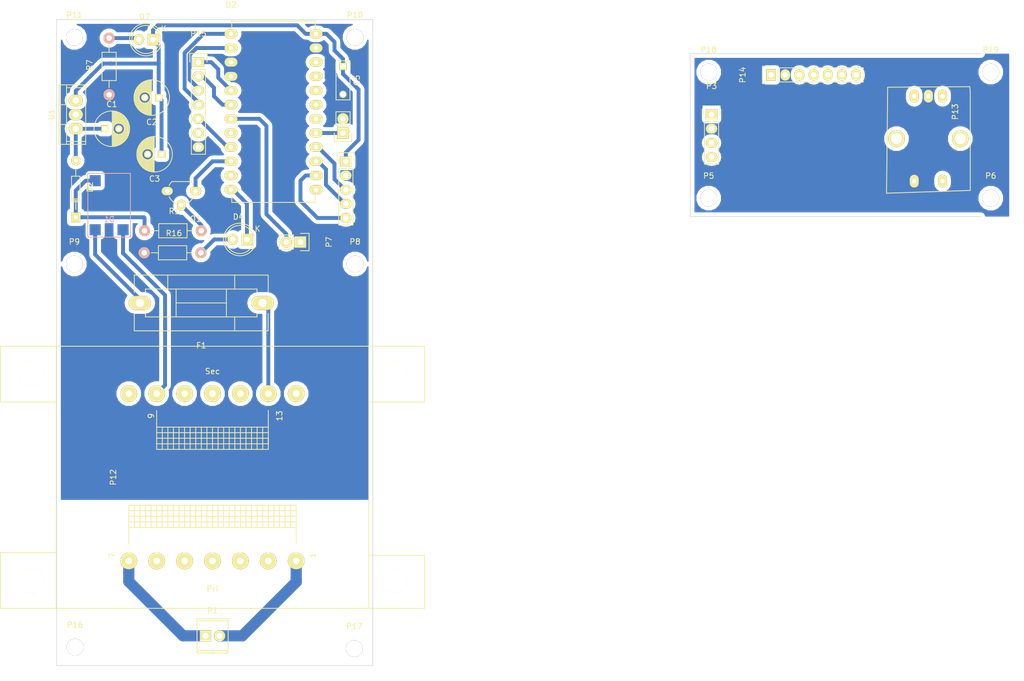
<source format=kicad_pcb>
(kicad_pcb (version 4) (host pcbnew 4.0.2-1.fc23-product)

  (general
    (links 55)
    (no_connects 7)
    (area 47.701999 42.621999 213.410001 158.546001)
    (thickness 1.6)
    (drawings 14)
    (tracks 150)
    (zones 0)
    (modules 34)
    (nets 60)
  )

  (page A4)
  (title_block
    (title "reflow control")
    (date 2016-10-01)
    (rev 5)
    (company "hexo, base48")
  )

  (layers
    (0 F.Cu signal)
    (31 B.Cu signal)
    (32 B.Adhes user)
    (33 F.Adhes user)
    (34 B.Paste user)
    (35 F.Paste user)
    (36 B.SilkS user)
    (37 F.SilkS user)
    (38 B.Mask user)
    (39 F.Mask user)
    (40 Dwgs.User user)
    (41 Cmts.User user)
    (42 Eco1.User user)
    (43 Eco2.User user)
    (44 Edge.Cuts user)
    (45 Margin user)
    (46 B.CrtYd user)
    (47 F.CrtYd user)
    (48 B.Fab user)
    (49 F.Fab user)
  )

  (setup
    (last_trace_width 0.7)
    (trace_clearance 0.2)
    (zone_clearance 0.7)
    (zone_45_only no)
    (trace_min 0.2)
    (segment_width 0.2)
    (edge_width 0.1)
    (via_size 0.6)
    (via_drill 0.4)
    (via_min_size 0.4)
    (via_min_drill 0.3)
    (uvia_size 0.3)
    (uvia_drill 0.1)
    (uvias_allowed no)
    (uvia_min_size 0.2)
    (uvia_min_drill 0.1)
    (pcb_text_width 0.3)
    (pcb_text_size 1.5 1.5)
    (mod_edge_width 0.15)
    (mod_text_size 1 1)
    (mod_text_width 0.15)
    (pad_size 3 3)
    (pad_drill 2)
    (pad_to_mask_clearance 0)
    (aux_axis_origin 0 0)
    (visible_elements FFFFFF7F)
    (pcbplotparams
      (layerselection 0x00030_80000001)
      (usegerberextensions false)
      (excludeedgelayer true)
      (linewidth 0.100000)
      (plotframeref false)
      (viasonmask false)
      (mode 1)
      (useauxorigin false)
      (hpglpennumber 1)
      (hpglpenspeed 20)
      (hpglpendiameter 15)
      (hpglpenoverlay 2)
      (psnegative false)
      (psa4output false)
      (plotreference true)
      (plotvalue true)
      (plotinvisibletext false)
      (padsonsilk false)
      (subtractmaskfromsilk false)
      (outputformat 1)
      (mirror false)
      (drillshape 1)
      (scaleselection 1)
      (outputdirectory ""))
  )

  (net 0 "")
  (net 1 GND)
  (net 2 "Net-(C1-Pad1)")
  (net 3 +5V)
  (net 4 "Net-(D1-Pad3)")
  (net 5 "Net-(D7-Pad2)")
  (net 6 "Net-(P2-Pad3)")
  (net 7 "Net-(P2-Pad4)")
  (net 8 "Net-(P2-Pad5)")
  (net 9 "Net-(P4-Pad1)")
  (net 10 "Net-(P5-Pad1)")
  (net 11 "Net-(P6-Pad1)")
  (net 12 "Net-(Q1-Pad2)")
  (net 13 "Net-(Q1-Pad1)")
  (net 14 "Net-(D4-Pad1)")
  (net 15 "Net-(D4-Pad2)")
  (net 16 "Net-(P7-Pad2)")
  (net 17 "Net-(D1-Pad2)")
  (net 18 "Net-(D1-Pad4)")
  (net 19 "Net-(F1-Pad1)")
  (net 20 "Net-(P1-Pad1)")
  (net 21 "Net-(P1-Pad2)")
  (net 22 "Net-(P13-Pad1)")
  (net 23 "Net-(P13-Pad2)")
  (net 24 "Net-(P14-Pad1)")
  (net 25 "Net-(P14-Pad3)")
  (net 26 "Net-(P14-Pad4)")
  (net 27 "Net-(P13-Pad3)")
  (net 28 "Net-(P13-Pad5)")
  (net 29 "Net-(P15-Pad3)")
  (net 30 "Net-(P15-Pad4)")
  (net 31 "Net-(P15-Pad5)")
  (net 32 "Net-(P8-Pad1)")
  (net 33 "Net-(P9-Pad1)")
  (net 34 "Net-(P10-Pad1)")
  (net 35 "Net-(P11-Pad1)")
  (net 36 "Net-(P12-Pad2)")
  (net 37 "Net-(P12-Pad3)")
  (net 38 "Net-(P12-Pad4)")
  (net 39 "Net-(P12-Pad5)")
  (net 40 "Net-(P12-Pad6)")
  (net 41 "Net-(P12-Pad8)")
  (net 42 "Net-(P12-Pad10)")
  (net 43 "Net-(P12-Pad11)")
  (net 44 "Net-(P12-Pad12)")
  (net 45 "Net-(P12-Pad14)")
  (net 46 "Net-(P16-Pad1)")
  (net 47 "Net-(P17-Pad1)")
  (net 48 "Net-(U2-Pad8)")
  (net 49 "Net-(U2-Pad11)")
  (net 50 "Net-(U2-Pad13)")
  (net 51 "Net-(U2-Pad18)")
  (net 52 "Net-(U2-Pad19)")
  (net 53 "Net-(U2-Pad20)")
  (net 54 "Net-(U2-Pad21)")
  (net 55 "Net-(U2-Pad22)")
  (net 56 "Net-(P15-Pad1)")
  (net 57 "Net-(P15-Pad2)")
  (net 58 "Net-(P18-Pad1)")
  (net 59 "Net-(P19-Pad1)")

  (net_class Default "This is the default net class."
    (clearance 0.2)
    (trace_width 0.7)
    (via_dia 0.6)
    (via_drill 0.4)
    (uvia_dia 0.3)
    (uvia_drill 0.1)
    (add_net +5V)
    (add_net GND)
    (add_net "Net-(C1-Pad1)")
    (add_net "Net-(D1-Pad2)")
    (add_net "Net-(D1-Pad3)")
    (add_net "Net-(D1-Pad4)")
    (add_net "Net-(D4-Pad1)")
    (add_net "Net-(D4-Pad2)")
    (add_net "Net-(D7-Pad2)")
    (add_net "Net-(F1-Pad1)")
    (add_net "Net-(P10-Pad1)")
    (add_net "Net-(P11-Pad1)")
    (add_net "Net-(P12-Pad10)")
    (add_net "Net-(P12-Pad11)")
    (add_net "Net-(P12-Pad12)")
    (add_net "Net-(P12-Pad14)")
    (add_net "Net-(P12-Pad2)")
    (add_net "Net-(P12-Pad3)")
    (add_net "Net-(P12-Pad4)")
    (add_net "Net-(P12-Pad5)")
    (add_net "Net-(P12-Pad6)")
    (add_net "Net-(P12-Pad8)")
    (add_net "Net-(P13-Pad1)")
    (add_net "Net-(P13-Pad2)")
    (add_net "Net-(P13-Pad3)")
    (add_net "Net-(P13-Pad5)")
    (add_net "Net-(P14-Pad1)")
    (add_net "Net-(P14-Pad3)")
    (add_net "Net-(P14-Pad4)")
    (add_net "Net-(P15-Pad1)")
    (add_net "Net-(P15-Pad2)")
    (add_net "Net-(P15-Pad3)")
    (add_net "Net-(P15-Pad4)")
    (add_net "Net-(P15-Pad5)")
    (add_net "Net-(P16-Pad1)")
    (add_net "Net-(P17-Pad1)")
    (add_net "Net-(P18-Pad1)")
    (add_net "Net-(P19-Pad1)")
    (add_net "Net-(P2-Pad3)")
    (add_net "Net-(P2-Pad4)")
    (add_net "Net-(P2-Pad5)")
    (add_net "Net-(P4-Pad1)")
    (add_net "Net-(P5-Pad1)")
    (add_net "Net-(P6-Pad1)")
    (add_net "Net-(P7-Pad2)")
    (add_net "Net-(P8-Pad1)")
    (add_net "Net-(P9-Pad1)")
    (add_net "Net-(Q1-Pad1)")
    (add_net "Net-(Q1-Pad2)")
    (add_net "Net-(U2-Pad11)")
    (add_net "Net-(U2-Pad13)")
    (add_net "Net-(U2-Pad18)")
    (add_net "Net-(U2-Pad19)")
    (add_net "Net-(U2-Pad20)")
    (add_net "Net-(U2-Pad21)")
    (add_net "Net-(U2-Pad22)")
    (add_net "Net-(U2-Pad8)")
  )

  (net_class power ""
    (clearance 0.2)
    (trace_width 2)
    (via_dia 0.6)
    (via_drill 0.4)
    (uvia_dia 0.3)
    (uvia_drill 0.1)
    (add_net "Net-(P1-Pad1)")
    (add_net "Net-(P1-Pad2)")
  )

  (module Capacitors_ThroughHole:C_Rect_L7_W2.5_P5 (layer F.Cu) (tedit 0) (tstamp 57EEEE43)
    (at 99.06 51.054 270)
    (descr "Film Capacitor Length 7mm x Width 2.5mm, Pitch 5mm")
    (tags Capacitor)
    (path /57F3BD03)
    (fp_text reference C5 (at 2.5 -2.5 270) (layer F.SilkS)
      (effects (font (size 1 1) (thickness 0.15)))
    )
    (fp_text value 100n (at 2.5 2.5 270) (layer F.Fab)
      (effects (font (size 1 1) (thickness 0.15)))
    )
    (fp_line (start -1.25 -1.5) (end 6.25 -1.5) (layer F.CrtYd) (width 0.05))
    (fp_line (start 6.25 -1.5) (end 6.25 1.5) (layer F.CrtYd) (width 0.05))
    (fp_line (start 6.25 1.5) (end -1.25 1.5) (layer F.CrtYd) (width 0.05))
    (fp_line (start -1.25 1.5) (end -1.25 -1.5) (layer F.CrtYd) (width 0.05))
    (fp_line (start -1 -1.25) (end 6 -1.25) (layer F.SilkS) (width 0.15))
    (fp_line (start 6 -1.25) (end 6 1.25) (layer F.SilkS) (width 0.15))
    (fp_line (start 6 1.25) (end -1 1.25) (layer F.SilkS) (width 0.15))
    (fp_line (start -1 1.25) (end -1 -1.25) (layer F.SilkS) (width 0.15))
    (pad 1 thru_hole rect (at 0 0 270) (size 1.3 1.3) (drill 0.8) (layers *.Cu *.Mask F.SilkS)
      (net 3 +5V))
    (pad 2 thru_hole circle (at 5 0 270) (size 1.3 1.3) (drill 0.8) (layers *.Cu *.Mask F.SilkS)
      (net 1 GND))
  )

  (module Capacitors_ThroughHole:C_Radial_D6.3_L11.2_P2.5 (layer F.Cu) (tedit 0) (tstamp 57EEEE2B)
    (at 56.388 62.23)
    (descr "Radial Electrolytic Capacitor, Diameter 6.3mm x Length 11.2mm, Pitch 2.5mm")
    (tags "Electrolytic Capacitor")
    (path /57F3C6D1)
    (fp_text reference C1 (at 1.25 -4.4) (layer F.SilkS)
      (effects (font (size 1 1) (thickness 0.15)))
    )
    (fp_text value 10u (at 1.25 4.4) (layer F.Fab)
      (effects (font (size 1 1) (thickness 0.15)))
    )
    (fp_line (start 1.325 -3.149) (end 1.325 3.149) (layer F.SilkS) (width 0.15))
    (fp_line (start 1.465 -3.143) (end 1.465 3.143) (layer F.SilkS) (width 0.15))
    (fp_line (start 1.605 -3.13) (end 1.605 -0.446) (layer F.SilkS) (width 0.15))
    (fp_line (start 1.605 0.446) (end 1.605 3.13) (layer F.SilkS) (width 0.15))
    (fp_line (start 1.745 -3.111) (end 1.745 -0.656) (layer F.SilkS) (width 0.15))
    (fp_line (start 1.745 0.656) (end 1.745 3.111) (layer F.SilkS) (width 0.15))
    (fp_line (start 1.885 -3.085) (end 1.885 -0.789) (layer F.SilkS) (width 0.15))
    (fp_line (start 1.885 0.789) (end 1.885 3.085) (layer F.SilkS) (width 0.15))
    (fp_line (start 2.025 -3.053) (end 2.025 -0.88) (layer F.SilkS) (width 0.15))
    (fp_line (start 2.025 0.88) (end 2.025 3.053) (layer F.SilkS) (width 0.15))
    (fp_line (start 2.165 -3.014) (end 2.165 -0.942) (layer F.SilkS) (width 0.15))
    (fp_line (start 2.165 0.942) (end 2.165 3.014) (layer F.SilkS) (width 0.15))
    (fp_line (start 2.305 -2.968) (end 2.305 -0.981) (layer F.SilkS) (width 0.15))
    (fp_line (start 2.305 0.981) (end 2.305 2.968) (layer F.SilkS) (width 0.15))
    (fp_line (start 2.445 -2.915) (end 2.445 -0.998) (layer F.SilkS) (width 0.15))
    (fp_line (start 2.445 0.998) (end 2.445 2.915) (layer F.SilkS) (width 0.15))
    (fp_line (start 2.585 -2.853) (end 2.585 -0.996) (layer F.SilkS) (width 0.15))
    (fp_line (start 2.585 0.996) (end 2.585 2.853) (layer F.SilkS) (width 0.15))
    (fp_line (start 2.725 -2.783) (end 2.725 -0.974) (layer F.SilkS) (width 0.15))
    (fp_line (start 2.725 0.974) (end 2.725 2.783) (layer F.SilkS) (width 0.15))
    (fp_line (start 2.865 -2.704) (end 2.865 -0.931) (layer F.SilkS) (width 0.15))
    (fp_line (start 2.865 0.931) (end 2.865 2.704) (layer F.SilkS) (width 0.15))
    (fp_line (start 3.005 -2.616) (end 3.005 -0.863) (layer F.SilkS) (width 0.15))
    (fp_line (start 3.005 0.863) (end 3.005 2.616) (layer F.SilkS) (width 0.15))
    (fp_line (start 3.145 -2.516) (end 3.145 -0.764) (layer F.SilkS) (width 0.15))
    (fp_line (start 3.145 0.764) (end 3.145 2.516) (layer F.SilkS) (width 0.15))
    (fp_line (start 3.285 -2.404) (end 3.285 -0.619) (layer F.SilkS) (width 0.15))
    (fp_line (start 3.285 0.619) (end 3.285 2.404) (layer F.SilkS) (width 0.15))
    (fp_line (start 3.425 -2.279) (end 3.425 -0.38) (layer F.SilkS) (width 0.15))
    (fp_line (start 3.425 0.38) (end 3.425 2.279) (layer F.SilkS) (width 0.15))
    (fp_line (start 3.565 -2.136) (end 3.565 2.136) (layer F.SilkS) (width 0.15))
    (fp_line (start 3.705 -1.974) (end 3.705 1.974) (layer F.SilkS) (width 0.15))
    (fp_line (start 3.845 -1.786) (end 3.845 1.786) (layer F.SilkS) (width 0.15))
    (fp_line (start 3.985 -1.563) (end 3.985 1.563) (layer F.SilkS) (width 0.15))
    (fp_line (start 4.125 -1.287) (end 4.125 1.287) (layer F.SilkS) (width 0.15))
    (fp_line (start 4.265 -0.912) (end 4.265 0.912) (layer F.SilkS) (width 0.15))
    (fp_circle (center 2.5 0) (end 2.5 -1) (layer F.SilkS) (width 0.15))
    (fp_circle (center 1.25 0) (end 1.25 -3.1875) (layer F.SilkS) (width 0.15))
    (fp_circle (center 1.25 0) (end 1.25 -3.4) (layer F.CrtYd) (width 0.05))
    (pad 2 thru_hole circle (at 2.5 0) (size 1.3 1.3) (drill 0.8) (layers *.Cu *.Mask F.SilkS)
      (net 1 GND))
    (pad 1 thru_hole rect (at 0 0) (size 1.3 1.3) (drill 0.8) (layers *.Cu *.Mask F.SilkS)
      (net 2 "Net-(C1-Pad1)"))
    (model Capacitors_ThroughHole.3dshapes/C_Radial_D6.3_L11.2_P2.5.wrl
      (at (xyz 0 0 0))
      (scale (xyz 1 1 1))
      (rotate (xyz 0 0 0))
    )
  )

  (module Capacitors_ThroughHole:C_Radial_D6.3_L11.2_P2.5 (layer F.Cu) (tedit 0) (tstamp 57EEEE31)
    (at 66.04 56.642 180)
    (descr "Radial Electrolytic Capacitor, Diameter 6.3mm x Length 11.2mm, Pitch 2.5mm")
    (tags "Electrolytic Capacitor")
    (path /57F3C3E4)
    (fp_text reference C2 (at 1.25 -4.4 180) (layer F.SilkS)
      (effects (font (size 1 1) (thickness 0.15)))
    )
    (fp_text value 10u (at 1.25 4.4 180) (layer F.Fab)
      (effects (font (size 1 1) (thickness 0.15)))
    )
    (fp_line (start 1.325 -3.149) (end 1.325 3.149) (layer F.SilkS) (width 0.15))
    (fp_line (start 1.465 -3.143) (end 1.465 3.143) (layer F.SilkS) (width 0.15))
    (fp_line (start 1.605 -3.13) (end 1.605 -0.446) (layer F.SilkS) (width 0.15))
    (fp_line (start 1.605 0.446) (end 1.605 3.13) (layer F.SilkS) (width 0.15))
    (fp_line (start 1.745 -3.111) (end 1.745 -0.656) (layer F.SilkS) (width 0.15))
    (fp_line (start 1.745 0.656) (end 1.745 3.111) (layer F.SilkS) (width 0.15))
    (fp_line (start 1.885 -3.085) (end 1.885 -0.789) (layer F.SilkS) (width 0.15))
    (fp_line (start 1.885 0.789) (end 1.885 3.085) (layer F.SilkS) (width 0.15))
    (fp_line (start 2.025 -3.053) (end 2.025 -0.88) (layer F.SilkS) (width 0.15))
    (fp_line (start 2.025 0.88) (end 2.025 3.053) (layer F.SilkS) (width 0.15))
    (fp_line (start 2.165 -3.014) (end 2.165 -0.942) (layer F.SilkS) (width 0.15))
    (fp_line (start 2.165 0.942) (end 2.165 3.014) (layer F.SilkS) (width 0.15))
    (fp_line (start 2.305 -2.968) (end 2.305 -0.981) (layer F.SilkS) (width 0.15))
    (fp_line (start 2.305 0.981) (end 2.305 2.968) (layer F.SilkS) (width 0.15))
    (fp_line (start 2.445 -2.915) (end 2.445 -0.998) (layer F.SilkS) (width 0.15))
    (fp_line (start 2.445 0.998) (end 2.445 2.915) (layer F.SilkS) (width 0.15))
    (fp_line (start 2.585 -2.853) (end 2.585 -0.996) (layer F.SilkS) (width 0.15))
    (fp_line (start 2.585 0.996) (end 2.585 2.853) (layer F.SilkS) (width 0.15))
    (fp_line (start 2.725 -2.783) (end 2.725 -0.974) (layer F.SilkS) (width 0.15))
    (fp_line (start 2.725 0.974) (end 2.725 2.783) (layer F.SilkS) (width 0.15))
    (fp_line (start 2.865 -2.704) (end 2.865 -0.931) (layer F.SilkS) (width 0.15))
    (fp_line (start 2.865 0.931) (end 2.865 2.704) (layer F.SilkS) (width 0.15))
    (fp_line (start 3.005 -2.616) (end 3.005 -0.863) (layer F.SilkS) (width 0.15))
    (fp_line (start 3.005 0.863) (end 3.005 2.616) (layer F.SilkS) (width 0.15))
    (fp_line (start 3.145 -2.516) (end 3.145 -0.764) (layer F.SilkS) (width 0.15))
    (fp_line (start 3.145 0.764) (end 3.145 2.516) (layer F.SilkS) (width 0.15))
    (fp_line (start 3.285 -2.404) (end 3.285 -0.619) (layer F.SilkS) (width 0.15))
    (fp_line (start 3.285 0.619) (end 3.285 2.404) (layer F.SilkS) (width 0.15))
    (fp_line (start 3.425 -2.279) (end 3.425 -0.38) (layer F.SilkS) (width 0.15))
    (fp_line (start 3.425 0.38) (end 3.425 2.279) (layer F.SilkS) (width 0.15))
    (fp_line (start 3.565 -2.136) (end 3.565 2.136) (layer F.SilkS) (width 0.15))
    (fp_line (start 3.705 -1.974) (end 3.705 1.974) (layer F.SilkS) (width 0.15))
    (fp_line (start 3.845 -1.786) (end 3.845 1.786) (layer F.SilkS) (width 0.15))
    (fp_line (start 3.985 -1.563) (end 3.985 1.563) (layer F.SilkS) (width 0.15))
    (fp_line (start 4.125 -1.287) (end 4.125 1.287) (layer F.SilkS) (width 0.15))
    (fp_line (start 4.265 -0.912) (end 4.265 0.912) (layer F.SilkS) (width 0.15))
    (fp_circle (center 2.5 0) (end 2.5 -1) (layer F.SilkS) (width 0.15))
    (fp_circle (center 1.25 0) (end 1.25 -3.1875) (layer F.SilkS) (width 0.15))
    (fp_circle (center 1.25 0) (end 1.25 -3.4) (layer F.CrtYd) (width 0.05))
    (pad 2 thru_hole circle (at 2.5 0 180) (size 1.3 1.3) (drill 0.8) (layers *.Cu *.Mask F.SilkS)
      (net 1 GND))
    (pad 1 thru_hole rect (at 0 0 180) (size 1.3 1.3) (drill 0.8) (layers *.Cu *.Mask F.SilkS)
      (net 3 +5V))
    (model Capacitors_ThroughHole.3dshapes/C_Radial_D6.3_L11.2_P2.5.wrl
      (at (xyz 0 0 0))
      (scale (xyz 1 1 1))
      (rotate (xyz 0 0 0))
    )
  )

  (module Capacitors_ThroughHole:C_Radial_D6.3_L11.2_P2.5 (layer F.Cu) (tedit 0) (tstamp 57EEEE37)
    (at 66.548 66.802 180)
    (descr "Radial Electrolytic Capacitor, Diameter 6.3mm x Length 11.2mm, Pitch 2.5mm")
    (tags "Electrolytic Capacitor")
    (path /57F3C4BD)
    (fp_text reference C3 (at 1.25 -4.4 180) (layer F.SilkS)
      (effects (font (size 1 1) (thickness 0.15)))
    )
    (fp_text value 220u (at 1.25 4.4 180) (layer F.Fab)
      (effects (font (size 1 1) (thickness 0.15)))
    )
    (fp_line (start 1.325 -3.149) (end 1.325 3.149) (layer F.SilkS) (width 0.15))
    (fp_line (start 1.465 -3.143) (end 1.465 3.143) (layer F.SilkS) (width 0.15))
    (fp_line (start 1.605 -3.13) (end 1.605 -0.446) (layer F.SilkS) (width 0.15))
    (fp_line (start 1.605 0.446) (end 1.605 3.13) (layer F.SilkS) (width 0.15))
    (fp_line (start 1.745 -3.111) (end 1.745 -0.656) (layer F.SilkS) (width 0.15))
    (fp_line (start 1.745 0.656) (end 1.745 3.111) (layer F.SilkS) (width 0.15))
    (fp_line (start 1.885 -3.085) (end 1.885 -0.789) (layer F.SilkS) (width 0.15))
    (fp_line (start 1.885 0.789) (end 1.885 3.085) (layer F.SilkS) (width 0.15))
    (fp_line (start 2.025 -3.053) (end 2.025 -0.88) (layer F.SilkS) (width 0.15))
    (fp_line (start 2.025 0.88) (end 2.025 3.053) (layer F.SilkS) (width 0.15))
    (fp_line (start 2.165 -3.014) (end 2.165 -0.942) (layer F.SilkS) (width 0.15))
    (fp_line (start 2.165 0.942) (end 2.165 3.014) (layer F.SilkS) (width 0.15))
    (fp_line (start 2.305 -2.968) (end 2.305 -0.981) (layer F.SilkS) (width 0.15))
    (fp_line (start 2.305 0.981) (end 2.305 2.968) (layer F.SilkS) (width 0.15))
    (fp_line (start 2.445 -2.915) (end 2.445 -0.998) (layer F.SilkS) (width 0.15))
    (fp_line (start 2.445 0.998) (end 2.445 2.915) (layer F.SilkS) (width 0.15))
    (fp_line (start 2.585 -2.853) (end 2.585 -0.996) (layer F.SilkS) (width 0.15))
    (fp_line (start 2.585 0.996) (end 2.585 2.853) (layer F.SilkS) (width 0.15))
    (fp_line (start 2.725 -2.783) (end 2.725 -0.974) (layer F.SilkS) (width 0.15))
    (fp_line (start 2.725 0.974) (end 2.725 2.783) (layer F.SilkS) (width 0.15))
    (fp_line (start 2.865 -2.704) (end 2.865 -0.931) (layer F.SilkS) (width 0.15))
    (fp_line (start 2.865 0.931) (end 2.865 2.704) (layer F.SilkS) (width 0.15))
    (fp_line (start 3.005 -2.616) (end 3.005 -0.863) (layer F.SilkS) (width 0.15))
    (fp_line (start 3.005 0.863) (end 3.005 2.616) (layer F.SilkS) (width 0.15))
    (fp_line (start 3.145 -2.516) (end 3.145 -0.764) (layer F.SilkS) (width 0.15))
    (fp_line (start 3.145 0.764) (end 3.145 2.516) (layer F.SilkS) (width 0.15))
    (fp_line (start 3.285 -2.404) (end 3.285 -0.619) (layer F.SilkS) (width 0.15))
    (fp_line (start 3.285 0.619) (end 3.285 2.404) (layer F.SilkS) (width 0.15))
    (fp_line (start 3.425 -2.279) (end 3.425 -0.38) (layer F.SilkS) (width 0.15))
    (fp_line (start 3.425 0.38) (end 3.425 2.279) (layer F.SilkS) (width 0.15))
    (fp_line (start 3.565 -2.136) (end 3.565 2.136) (layer F.SilkS) (width 0.15))
    (fp_line (start 3.705 -1.974) (end 3.705 1.974) (layer F.SilkS) (width 0.15))
    (fp_line (start 3.845 -1.786) (end 3.845 1.786) (layer F.SilkS) (width 0.15))
    (fp_line (start 3.985 -1.563) (end 3.985 1.563) (layer F.SilkS) (width 0.15))
    (fp_line (start 4.125 -1.287) (end 4.125 1.287) (layer F.SilkS) (width 0.15))
    (fp_line (start 4.265 -0.912) (end 4.265 0.912) (layer F.SilkS) (width 0.15))
    (fp_circle (center 2.5 0) (end 2.5 -1) (layer F.SilkS) (width 0.15))
    (fp_circle (center 1.25 0) (end 1.25 -3.1875) (layer F.SilkS) (width 0.15))
    (fp_circle (center 1.25 0) (end 1.25 -3.4) (layer F.CrtYd) (width 0.05))
    (pad 2 thru_hole circle (at 2.5 0 180) (size 1.3 1.3) (drill 0.8) (layers *.Cu *.Mask F.SilkS)
      (net 1 GND))
    (pad 1 thru_hole rect (at 0 0 180) (size 1.3 1.3) (drill 0.8) (layers *.Cu *.Mask F.SilkS)
      (net 3 +5V))
    (model Capacitors_ThroughHole.3dshapes/C_Radial_D6.3_L11.2_P2.5.wrl
      (at (xyz 0 0 0))
      (scale (xyz 1 1 1))
      (rotate (xyz 0 0 0))
    )
  )

  (module Diodes_ThroughHole:Diode_DO-35_SOD27_Horizontal_RM10 (layer F.Cu) (tedit 552FFC30) (tstamp 57EEEE49)
    (at 51.18354 78.10552 90)
    (descr "Diode, DO-35,  SOD27, Horizontal, RM 10mm")
    (tags "Diode, DO-35, SOD27, Horizontal, RM 10mm, 1N4148,")
    (path /539AD7AE)
    (fp_text reference D2 (at 5.43052 2.53746 90) (layer F.SilkS)
      (effects (font (size 1 1) (thickness 0.15)))
    )
    (fp_text value 1n4001 (at 4.41452 -3.55854 90) (layer F.Fab)
      (effects (font (size 1 1) (thickness 0.15)))
    )
    (fp_line (start 7.36652 -0.00254) (end 8.76352 -0.00254) (layer F.SilkS) (width 0.15))
    (fp_line (start 2.92152 -0.00254) (end 1.39752 -0.00254) (layer F.SilkS) (width 0.15))
    (fp_line (start 3.30252 -0.76454) (end 3.30252 0.75946) (layer F.SilkS) (width 0.15))
    (fp_line (start 3.04852 -0.76454) (end 3.04852 0.75946) (layer F.SilkS) (width 0.15))
    (fp_line (start 2.79452 -0.00254) (end 2.79452 0.75946) (layer F.SilkS) (width 0.15))
    (fp_line (start 2.79452 0.75946) (end 7.36652 0.75946) (layer F.SilkS) (width 0.15))
    (fp_line (start 7.36652 0.75946) (end 7.36652 -0.76454) (layer F.SilkS) (width 0.15))
    (fp_line (start 7.36652 -0.76454) (end 2.79452 -0.76454) (layer F.SilkS) (width 0.15))
    (fp_line (start 2.79452 -0.76454) (end 2.79452 -0.00254) (layer F.SilkS) (width 0.15))
    (pad 2 thru_hole circle (at 10.16052 -0.00254 270) (size 1.69926 1.69926) (drill 0.70104) (layers *.Cu *.Mask F.SilkS)
      (net 2 "Net-(C1-Pad1)"))
    (pad 1 thru_hole rect (at 0.00052 -0.00254 270) (size 1.69926 1.69926) (drill 0.70104) (layers *.Cu *.Mask F.SilkS)
      (net 4 "Net-(D1-Pad3)"))
    (model Diodes_ThroughHole.3dshapes/Diode_DO-35_SOD27_Horizontal_RM10.wrl
      (at (xyz 0.2 0 0))
      (scale (xyz 0.4 0.4 0.4))
      (rotate (xyz 0 0 180))
    )
  )

  (module LEDs:LED-5MM (layer F.Cu) (tedit 5570F7EA) (tstamp 57EEEE55)
    (at 65.024 46.228 180)
    (descr "LED 5mm round vertical")
    (tags "LED 5mm round vertical")
    (path /539AD874)
    (fp_text reference D7 (at 1.524 4.064 180) (layer F.SilkS)
      (effects (font (size 1 1) (thickness 0.15)))
    )
    (fp_text value LED (at 1.524 -3.937 180) (layer F.Fab)
      (effects (font (size 1 1) (thickness 0.15)))
    )
    (fp_line (start -1.5 -1.55) (end -1.5 1.55) (layer F.CrtYd) (width 0.05))
    (fp_arc (start 1.3 0) (end -1.5 1.55) (angle -302) (layer F.CrtYd) (width 0.05))
    (fp_arc (start 1.27 0) (end -1.23 -1.5) (angle 297.5) (layer F.SilkS) (width 0.15))
    (fp_line (start -1.23 1.5) (end -1.23 -1.5) (layer F.SilkS) (width 0.15))
    (fp_circle (center 1.27 0) (end 0.97 -2.5) (layer F.SilkS) (width 0.15))
    (fp_text user K (at -1.905 1.905 180) (layer F.SilkS)
      (effects (font (size 1 1) (thickness 0.15)))
    )
    (pad 1 thru_hole rect (at 0 0 270) (size 2 1.9) (drill 1.00076) (layers *.Cu *.Mask F.SilkS)
      (net 3 +5V))
    (pad 2 thru_hole circle (at 2.54 0 180) (size 1.9 1.9) (drill 1.00076) (layers *.Cu *.Mask F.SilkS)
      (net 5 "Net-(D7-Pad2)"))
    (model LEDs.3dshapes/LED-5MM.wrl
      (at (xyz 0.05 0 0))
      (scale (xyz 1 1 1))
      (rotate (xyz 0 0 90))
    )
  )

  (module Pin_Headers:Pin_Header_Straight_1x05 (layer F.Cu) (tedit 54EA0684) (tstamp 57EEEE64)
    (at 99.568 68.072)
    (descr "Through hole pin header")
    (tags "pin header")
    (path /539AEBAE)
    (fp_text reference P2 (at 0 -5.1) (layer F.SilkS)
      (effects (font (size 1 1) (thickness 0.15)))
    )
    (fp_text value SPI_ADC (at 0 -3.1) (layer F.Fab)
      (effects (font (size 1 1) (thickness 0.15)))
    )
    (fp_line (start -1.55 0) (end -1.55 -1.55) (layer F.SilkS) (width 0.15))
    (fp_line (start -1.55 -1.55) (end 1.55 -1.55) (layer F.SilkS) (width 0.15))
    (fp_line (start 1.55 -1.55) (end 1.55 0) (layer F.SilkS) (width 0.15))
    (fp_line (start -1.75 -1.75) (end -1.75 11.95) (layer F.CrtYd) (width 0.05))
    (fp_line (start 1.75 -1.75) (end 1.75 11.95) (layer F.CrtYd) (width 0.05))
    (fp_line (start -1.75 -1.75) (end 1.75 -1.75) (layer F.CrtYd) (width 0.05))
    (fp_line (start -1.75 11.95) (end 1.75 11.95) (layer F.CrtYd) (width 0.05))
    (fp_line (start 1.27 1.27) (end 1.27 11.43) (layer F.SilkS) (width 0.15))
    (fp_line (start 1.27 11.43) (end -1.27 11.43) (layer F.SilkS) (width 0.15))
    (fp_line (start -1.27 11.43) (end -1.27 1.27) (layer F.SilkS) (width 0.15))
    (fp_line (start 1.27 1.27) (end -1.27 1.27) (layer F.SilkS) (width 0.15))
    (pad 1 thru_hole rect (at 0 0) (size 2.032 1.7272) (drill 1.016) (layers *.Cu *.Mask F.SilkS)
      (net 3 +5V))
    (pad 2 thru_hole oval (at 0 2.54) (size 2.032 1.7272) (drill 1.016) (layers *.Cu *.Mask F.SilkS)
      (net 1 GND))
    (pad 3 thru_hole oval (at 0 5.08) (size 2.032 1.7272) (drill 1.016) (layers *.Cu *.Mask F.SilkS)
      (net 6 "Net-(P2-Pad3)"))
    (pad 4 thru_hole oval (at 0 7.62) (size 2.032 1.7272) (drill 1.016) (layers *.Cu *.Mask F.SilkS)
      (net 7 "Net-(P2-Pad4)"))
    (pad 5 thru_hole oval (at 0 10.16) (size 2.032 1.7272) (drill 1.016) (layers *.Cu *.Mask F.SilkS)
      (net 8 "Net-(P2-Pad5)"))
    (model Pin_Headers.3dshapes/Pin_Header_Straight_1x05.wrl
      (at (xyz 0 -0.2 0))
      (scale (xyz 1 1 1))
      (rotate (xyz 0 0 90))
    )
  )

  (module Pin_Headers:Pin_Header_Straight_1x02 (layer F.Cu) (tedit 54EA090C) (tstamp 57EEEE72)
    (at 99.06 62.992 180)
    (descr "Through hole pin header")
    (tags "pin header")
    (path /57F187AA)
    (fp_text reference P4 (at 0 -5.1 180) (layer F.SilkS)
      (effects (font (size 1 1) (thickness 0.15)))
    )
    (fp_text value ANALOG_IN (at 0 -3.1 180) (layer F.Fab)
      (effects (font (size 1 1) (thickness 0.15)))
    )
    (fp_line (start 1.27 1.27) (end 1.27 3.81) (layer F.SilkS) (width 0.15))
    (fp_line (start 1.55 -1.55) (end 1.55 0) (layer F.SilkS) (width 0.15))
    (fp_line (start -1.75 -1.75) (end -1.75 4.3) (layer F.CrtYd) (width 0.05))
    (fp_line (start 1.75 -1.75) (end 1.75 4.3) (layer F.CrtYd) (width 0.05))
    (fp_line (start -1.75 -1.75) (end 1.75 -1.75) (layer F.CrtYd) (width 0.05))
    (fp_line (start -1.75 4.3) (end 1.75 4.3) (layer F.CrtYd) (width 0.05))
    (fp_line (start 1.27 1.27) (end -1.27 1.27) (layer F.SilkS) (width 0.15))
    (fp_line (start -1.55 0) (end -1.55 -1.55) (layer F.SilkS) (width 0.15))
    (fp_line (start -1.55 -1.55) (end 1.55 -1.55) (layer F.SilkS) (width 0.15))
    (fp_line (start -1.27 1.27) (end -1.27 3.81) (layer F.SilkS) (width 0.15))
    (fp_line (start -1.27 3.81) (end 1.27 3.81) (layer F.SilkS) (width 0.15))
    (pad 1 thru_hole rect (at 0 0 180) (size 2.032 2.032) (drill 1.016) (layers *.Cu *.Mask F.SilkS)
      (net 9 "Net-(P4-Pad1)"))
    (pad 2 thru_hole oval (at 0 2.54 180) (size 2.032 2.032) (drill 1.016) (layers *.Cu *.Mask F.SilkS)
      (net 1 GND))
    (model Pin_Headers.3dshapes/Pin_Header_Straight_1x02.wrl
      (at (xyz 0 -0.05 0))
      (scale (xyz 1 1 1))
      (rotate (xyz 0 0 90))
    )
  )

  (module TO_SOT_Packages_THT:TO-92_Molded_Wide_Oval (layer F.Cu) (tedit 54F243F6) (tstamp 57EEEE8C)
    (at 72.644 73.406 180)
    (descr "TO-92 leads molded, wide, oval pads, drill 0.8mm (see NXP sot054_po.pdf)")
    (tags "to-92 sc-43 sc-43a sot54 PA33 transistor")
    (path /539AD7C1)
    (fp_text reference Q1 (at 0 -5 180) (layer F.SilkS)
      (effects (font (size 1 1) (thickness 0.15)))
    )
    (fp_text value BC547 (at 0 3 180) (layer F.Fab)
      (effects (font (size 1 1) (thickness 0.15)))
    )
    (fp_arc (start 2.54 0) (end 0.34 -1) (angle 41.11209044) (layer F.SilkS) (width 0.15))
    (fp_arc (start 2.54 0) (end 4.74 -1) (angle -41.11210221) (layer F.SilkS) (width 0.15))
    (fp_arc (start 2.54 0) (end 0.84 1.7) (angle 20.5) (layer F.SilkS) (width 0.15))
    (fp_arc (start 2.54 0) (end 4.24 1.7) (angle -20.5) (layer F.SilkS) (width 0.15))
    (fp_line (start -1.25 1.95) (end -1.25 -3.8) (layer F.CrtYd) (width 0.05))
    (fp_line (start -1.25 1.95) (end 6.35 1.95) (layer F.CrtYd) (width 0.05))
    (fp_line (start 0.84 1.7) (end 4.24 1.7) (layer F.SilkS) (width 0.15))
    (fp_line (start -1.25 -3.8) (end 6.35 -3.8) (layer F.CrtYd) (width 0.05))
    (fp_line (start 6.35 1.95) (end 6.35 -3.8) (layer F.CrtYd) (width 0.05))
    (pad 2 thru_hole oval (at 2.54 -2.54 270) (size 1.99898 1.50114) (drill 0.8) (layers *.Cu *.Mask F.SilkS)
      (net 12 "Net-(Q1-Pad2)"))
    (pad 1 thru_hole oval (at 0 0 270) (size 1.50114 1.99898) (drill 0.8) (layers *.Cu *.Mask F.SilkS)
      (net 13 "Net-(Q1-Pad1)"))
    (pad 3 thru_hole oval (at 5.08 0 270) (size 1.50114 1.99898) (drill 0.8) (layers *.Cu *.Mask F.SilkS)
      (net 1 GND))
    (model TO_SOT_Packages_THT.3dshapes/TO-92_Molded_Wide_Oval.wrl
      (at (xyz 0.1 0 0))
      (scale (xyz 1 1 1))
      (rotate (xyz 0 0 -90))
    )
  )

  (module Resistors_ThroughHole:Resistor_Horizontal_RM10mm (layer F.Cu) (tedit 53F56209) (tstamp 57EEEEAE)
    (at 68.58 80.518)
    (descr "Resistor, Axial,  RM 10mm, 1/3W,")
    (tags "Resistor, Axial, RM 10mm, 1/3W,")
    (path /539AD7D0)
    (fp_text reference R1 (at 0.24892 -3.50012) (layer F.SilkS)
      (effects (font (size 1 1) (thickness 0.15)))
    )
    (fp_text value 8k2 (at 3.81 3.81) (layer F.Fab)
      (effects (font (size 1 1) (thickness 0.15)))
    )
    (fp_line (start -2.54 -1.27) (end 2.54 -1.27) (layer F.SilkS) (width 0.15))
    (fp_line (start 2.54 -1.27) (end 2.54 1.27) (layer F.SilkS) (width 0.15))
    (fp_line (start 2.54 1.27) (end -2.54 1.27) (layer F.SilkS) (width 0.15))
    (fp_line (start -2.54 1.27) (end -2.54 -1.27) (layer F.SilkS) (width 0.15))
    (fp_line (start -2.54 0) (end -3.81 0) (layer F.SilkS) (width 0.15))
    (fp_line (start 2.54 0) (end 3.81 0) (layer F.SilkS) (width 0.15))
    (pad 1 thru_hole circle (at -5.08 0) (size 1.99898 1.99898) (drill 1.00076) (layers *.Cu *.SilkS *.Mask)
      (net 4 "Net-(D1-Pad3)"))
    (pad 2 thru_hole circle (at 5.08 0) (size 1.99898 1.99898) (drill 1.00076) (layers *.Cu *.SilkS *.Mask)
      (net 12 "Net-(Q1-Pad2)"))
    (model Resistors_ThroughHole.3dshapes/Resistor_Horizontal_RM10mm.wrl
      (at (xyz 0 0 0))
      (scale (xyz 0.4 0.4 0.4))
      (rotate (xyz 0 0 0))
    )
  )

  (module Resistors_ThroughHole:Resistor_Horizontal_RM10mm (layer F.Cu) (tedit 53F56209) (tstamp 57EEEED2)
    (at 57.15 51.054 90)
    (descr "Resistor, Axial,  RM 10mm, 1/3W,")
    (tags "Resistor, Axial, RM 10mm, 1/3W,")
    (path /539AD881)
    (fp_text reference R7 (at 0.24892 -3.50012 90) (layer F.SilkS)
      (effects (font (size 1 1) (thickness 0.15)))
    )
    (fp_text value 220 (at 3.81 3.81 90) (layer F.Fab)
      (effects (font (size 1 1) (thickness 0.15)))
    )
    (fp_line (start -2.54 -1.27) (end 2.54 -1.27) (layer F.SilkS) (width 0.15))
    (fp_line (start 2.54 -1.27) (end 2.54 1.27) (layer F.SilkS) (width 0.15))
    (fp_line (start 2.54 1.27) (end -2.54 1.27) (layer F.SilkS) (width 0.15))
    (fp_line (start -2.54 1.27) (end -2.54 -1.27) (layer F.SilkS) (width 0.15))
    (fp_line (start -2.54 0) (end -3.81 0) (layer F.SilkS) (width 0.15))
    (fp_line (start 2.54 0) (end 3.81 0) (layer F.SilkS) (width 0.15))
    (pad 1 thru_hole circle (at -5.08 0 90) (size 1.99898 1.99898) (drill 1.00076) (layers *.Cu *.SilkS *.Mask)
      (net 1 GND))
    (pad 2 thru_hole circle (at 5.08 0 90) (size 1.99898 1.99898) (drill 1.00076) (layers *.Cu *.SilkS *.Mask)
      (net 5 "Net-(D7-Pad2)"))
    (model Resistors_ThroughHole.3dshapes/Resistor_Horizontal_RM10mm.wrl
      (at (xyz 0 0 0))
      (scale (xyz 0.4 0.4 0.4))
      (rotate (xyz 0 0 0))
    )
  )

  (module Housings_DIP:DIP-24_W15.24mm_LongPads (layer F.Cu) (tedit 54130A77) (tstamp 57EEEF25)
    (at 78.994 45.212)
    (descr "24-lead dip package, row spacing 15.24 mm (600 mils), longer pads")
    (tags "dil dip 2.54 600")
    (path /57EEC444)
    (fp_text reference U2 (at 0 -5.22) (layer F.SilkS)
      (effects (font (size 1 1) (thickness 0.15)))
    )
    (fp_text value Arduino_Pro_Micro (at 0 -3.72) (layer F.Fab)
      (effects (font (size 1 1) (thickness 0.15)))
    )
    (fp_line (start -1.4 -2.45) (end -1.4 30.4) (layer F.CrtYd) (width 0.05))
    (fp_line (start 16.65 -2.45) (end 16.65 30.4) (layer F.CrtYd) (width 0.05))
    (fp_line (start -1.4 -2.45) (end 16.65 -2.45) (layer F.CrtYd) (width 0.05))
    (fp_line (start -1.4 30.4) (end 16.65 30.4) (layer F.CrtYd) (width 0.05))
    (fp_line (start 0.135 -2.295) (end 0.135 -1.025) (layer F.SilkS) (width 0.15))
    (fp_line (start 15.105 -2.295) (end 15.105 -1.025) (layer F.SilkS) (width 0.15))
    (fp_line (start 15.105 30.235) (end 15.105 28.965) (layer F.SilkS) (width 0.15))
    (fp_line (start 0.135 30.235) (end 0.135 28.965) (layer F.SilkS) (width 0.15))
    (fp_line (start 0.135 -2.295) (end 15.105 -2.295) (layer F.SilkS) (width 0.15))
    (fp_line (start 0.135 30.235) (end 15.105 30.235) (layer F.SilkS) (width 0.15))
    (fp_line (start 0.135 -1.025) (end -1.15 -1.025) (layer F.SilkS) (width 0.15))
    (pad 1 thru_hole oval (at 0 0) (size 2.3 1.6) (drill 0.8) (layers *.Cu *.Mask F.SilkS)
      (net 30 "Net-(P15-Pad4)"))
    (pad 2 thru_hole oval (at 0 2.54) (size 2.3 1.6) (drill 0.8) (layers *.Cu *.Mask F.SilkS)
      (net 29 "Net-(P15-Pad3)"))
    (pad 3 thru_hole oval (at 0 5.08) (size 2.3 1.6) (drill 0.8) (layers *.Cu *.Mask F.SilkS)
      (net 1 GND))
    (pad 4 thru_hole oval (at 0 7.62) (size 2.3 1.6) (drill 0.8) (layers *.Cu *.Mask F.SilkS)
      (net 1 GND))
    (pad 5 thru_hole oval (at 0 10.16) (size 2.3 1.6) (drill 0.8) (layers *.Cu *.Mask F.SilkS)
      (net 56 "Net-(P15-Pad1)"))
    (pad 6 thru_hole oval (at 0 12.7) (size 2.3 1.6) (drill 0.8) (layers *.Cu *.Mask F.SilkS)
      (net 57 "Net-(P15-Pad2)"))
    (pad 7 thru_hole oval (at 0 15.24) (size 2.3 1.6) (drill 0.8) (layers *.Cu *.Mask F.SilkS)
      (net 16 "Net-(P7-Pad2)"))
    (pad 8 thru_hole oval (at 0 17.78) (size 2.3 1.6) (drill 0.8) (layers *.Cu *.Mask F.SilkS)
      (net 48 "Net-(U2-Pad8)"))
    (pad 9 thru_hole oval (at 0 20.32) (size 2.3 1.6) (drill 0.8) (layers *.Cu *.Mask F.SilkS)
      (net 31 "Net-(P15-Pad5)"))
    (pad 10 thru_hole oval (at 0 22.86) (size 2.3 1.6) (drill 0.8) (layers *.Cu *.Mask F.SilkS)
      (net 13 "Net-(Q1-Pad1)"))
    (pad 11 thru_hole oval (at 0 25.4) (size 2.3 1.6) (drill 0.8) (layers *.Cu *.Mask F.SilkS)
      (net 49 "Net-(U2-Pad11)"))
    (pad 12 thru_hole oval (at 0 27.94) (size 2.3 1.6) (drill 0.8) (layers *.Cu *.Mask F.SilkS)
      (net 14 "Net-(D4-Pad1)"))
    (pad 13 thru_hole oval (at 15.24 27.94) (size 2.3 1.6) (drill 0.8) (layers *.Cu *.Mask F.SilkS)
      (net 50 "Net-(U2-Pad13)"))
    (pad 14 thru_hole oval (at 15.24 25.4) (size 2.3 1.6) (drill 0.8) (layers *.Cu *.Mask F.SilkS)
      (net 8 "Net-(P2-Pad5)"))
    (pad 15 thru_hole oval (at 15.24 22.86) (size 2.3 1.6) (drill 0.8) (layers *.Cu *.Mask F.SilkS)
      (net 7 "Net-(P2-Pad4)"))
    (pad 16 thru_hole oval (at 15.24 20.32) (size 2.3 1.6) (drill 0.8) (layers *.Cu *.Mask F.SilkS)
      (net 6 "Net-(P2-Pad3)"))
    (pad 17 thru_hole oval (at 15.24 17.78) (size 2.3 1.6) (drill 0.8) (layers *.Cu *.Mask F.SilkS)
      (net 9 "Net-(P4-Pad1)"))
    (pad 18 thru_hole oval (at 15.24 15.24) (size 2.3 1.6) (drill 0.8) (layers *.Cu *.Mask F.SilkS)
      (net 51 "Net-(U2-Pad18)"))
    (pad 19 thru_hole oval (at 15.24 12.7) (size 2.3 1.6) (drill 0.8) (layers *.Cu *.Mask F.SilkS)
      (net 52 "Net-(U2-Pad19)"))
    (pad 20 thru_hole oval (at 15.24 10.16) (size 2.3 1.6) (drill 0.8) (layers *.Cu *.Mask F.SilkS)
      (net 53 "Net-(U2-Pad20)"))
    (pad 21 thru_hole oval (at 15.24 7.62) (size 2.3 1.6) (drill 0.8) (layers *.Cu *.Mask F.SilkS)
      (net 54 "Net-(U2-Pad21)"))
    (pad 22 thru_hole oval (at 15.24 5.08) (size 2.3 1.6) (drill 0.8) (layers *.Cu *.Mask F.SilkS)
      (net 55 "Net-(U2-Pad22)"))
    (pad 23 thru_hole oval (at 15.24 2.54) (size 2.3 1.6) (drill 0.8) (layers *.Cu *.Mask F.SilkS)
      (net 1 GND))
    (pad 24 thru_hole oval (at 15.24 0) (size 2.3 1.6) (drill 0.8) (layers *.Cu *.Mask F.SilkS)
      (net 3 +5V))
    (model Housings_DIP.3dshapes/DIP-24_W15.24mm_LongPads.wrl
      (at (xyz 0 0 0))
      (scale (xyz 1 1 1))
      (rotate (xyz 0 0 0))
    )
  )

  (module LEDs:LED-5MM (layer F.Cu) (tedit 5570F7EA) (tstamp 57EEF1A2)
    (at 81.846 82.086 180)
    (descr "LED 5mm round vertical")
    (tags "LED 5mm round vertical")
    (path /57EF3814)
    (fp_text reference D4 (at 1.524 4.064 180) (layer F.SilkS)
      (effects (font (size 1 1) (thickness 0.15)))
    )
    (fp_text value LED (at 1.524 -3.937 180) (layer F.Fab)
      (effects (font (size 1 1) (thickness 0.15)))
    )
    (fp_line (start -1.5 -1.55) (end -1.5 1.55) (layer F.CrtYd) (width 0.05))
    (fp_arc (start 1.3 0) (end -1.5 1.55) (angle -302) (layer F.CrtYd) (width 0.05))
    (fp_arc (start 1.27 0) (end -1.23 -1.5) (angle 297.5) (layer F.SilkS) (width 0.15))
    (fp_line (start -1.23 1.5) (end -1.23 -1.5) (layer F.SilkS) (width 0.15))
    (fp_circle (center 1.27 0) (end 0.97 -2.5) (layer F.SilkS) (width 0.15))
    (fp_text user K (at -1.905 1.905 180) (layer F.SilkS)
      (effects (font (size 1 1) (thickness 0.15)))
    )
    (pad 1 thru_hole rect (at 0 0 270) (size 2 1.9) (drill 1.00076) (layers *.Cu *.Mask F.SilkS)
      (net 14 "Net-(D4-Pad1)"))
    (pad 2 thru_hole circle (at 2.54 0 180) (size 1.9 1.9) (drill 1.00076) (layers *.Cu *.Mask F.SilkS)
      (net 15 "Net-(D4-Pad2)"))
    (model LEDs.3dshapes/LED-5MM.wrl
      (at (xyz 0.05 0 0))
      (scale (xyz 1 1 1))
      (rotate (xyz 0 0 90))
    )
  )

  (module Resistors_ThroughHole:Resistor_Horizontal_RM10mm (layer F.Cu) (tedit 53F56209) (tstamp 57EEF1A8)
    (at 68.522 84.472)
    (descr "Resistor, Axial,  RM 10mm, 1/3W,")
    (tags "Resistor, Axial, RM 10mm, 1/3W,")
    (path /57EF3918)
    (fp_text reference R16 (at 0.24892 -3.50012) (layer F.SilkS)
      (effects (font (size 1 1) (thickness 0.15)))
    )
    (fp_text value 220 (at 3.81 3.81) (layer F.Fab)
      (effects (font (size 1 1) (thickness 0.15)))
    )
    (fp_line (start -2.54 -1.27) (end 2.54 -1.27) (layer F.SilkS) (width 0.15))
    (fp_line (start 2.54 -1.27) (end 2.54 1.27) (layer F.SilkS) (width 0.15))
    (fp_line (start 2.54 1.27) (end -2.54 1.27) (layer F.SilkS) (width 0.15))
    (fp_line (start -2.54 1.27) (end -2.54 -1.27) (layer F.SilkS) (width 0.15))
    (fp_line (start -2.54 0) (end -3.81 0) (layer F.SilkS) (width 0.15))
    (fp_line (start 2.54 0) (end 3.81 0) (layer F.SilkS) (width 0.15))
    (pad 1 thru_hole circle (at -5.08 0) (size 1.99898 1.99898) (drill 1.00076) (layers *.Cu *.SilkS *.Mask)
      (net 1 GND))
    (pad 2 thru_hole circle (at 5.08 0) (size 1.99898 1.99898) (drill 1.00076) (layers *.Cu *.SilkS *.Mask)
      (net 15 "Net-(D4-Pad2)"))
    (model Resistors_ThroughHole.3dshapes/Resistor_Horizontal_RM10mm.wrl
      (at (xyz 0 0 0))
      (scale (xyz 0.4 0.4 0.4))
      (rotate (xyz 0 0 0))
    )
  )

  (module Pin_Headers:Pin_Header_Straight_1x02 (layer F.Cu) (tedit 54EA090C) (tstamp 57EEF3A3)
    (at 91.44 82.55 270)
    (descr "Through hole pin header")
    (tags "pin header")
    (path /57EF4A40)
    (fp_text reference P7 (at 0 -5.1 270) (layer F.SilkS)
      (effects (font (size 1 1) (thickness 0.15)))
    )
    (fp_text value TRIAC (at 0 -3.1 270) (layer F.Fab)
      (effects (font (size 1 1) (thickness 0.15)))
    )
    (fp_line (start 1.27 1.27) (end 1.27 3.81) (layer F.SilkS) (width 0.15))
    (fp_line (start 1.55 -1.55) (end 1.55 0) (layer F.SilkS) (width 0.15))
    (fp_line (start -1.75 -1.75) (end -1.75 4.3) (layer F.CrtYd) (width 0.05))
    (fp_line (start 1.75 -1.75) (end 1.75 4.3) (layer F.CrtYd) (width 0.05))
    (fp_line (start -1.75 -1.75) (end 1.75 -1.75) (layer F.CrtYd) (width 0.05))
    (fp_line (start -1.75 4.3) (end 1.75 4.3) (layer F.CrtYd) (width 0.05))
    (fp_line (start 1.27 1.27) (end -1.27 1.27) (layer F.SilkS) (width 0.15))
    (fp_line (start -1.55 0) (end -1.55 -1.55) (layer F.SilkS) (width 0.15))
    (fp_line (start -1.55 -1.55) (end 1.55 -1.55) (layer F.SilkS) (width 0.15))
    (fp_line (start -1.27 1.27) (end -1.27 3.81) (layer F.SilkS) (width 0.15))
    (fp_line (start -1.27 3.81) (end 1.27 3.81) (layer F.SilkS) (width 0.15))
    (pad 1 thru_hole rect (at 0 0 270) (size 2.032 2.032) (drill 1.016) (layers *.Cu *.Mask F.SilkS)
      (net 1 GND))
    (pad 2 thru_hole oval (at 0 2.54 270) (size 2.032 2.032) (drill 1.016) (layers *.Cu *.Mask F.SilkS)
      (net 16 "Net-(P7-Pad2)"))
    (model Pin_Headers.3dshapes/Pin_Header_Straight_1x02.wrl
      (at (xyz 0 -0.05 0))
      (scale (xyz 1 1 1))
      (rotate (xyz 0 0 90))
    )
  )

  (module libs:SDB107 (layer B.Cu) (tedit 57EEFE99) (tstamp 57EF00A6)
    (at 57.15 75.946 180)
    (path /539AD79E)
    (fp_text reference D1 (at 0 -2.54 180) (layer B.SilkS)
      (effects (font (size 1 1) (thickness 0.15)) (justify mirror))
    )
    (fp_text value BRIDGE (at 0 2.54 180) (layer B.Fab)
      (effects (font (size 1 1) (thickness 0.15)) (justify mirror))
    )
    (fp_line (start -3.81 5.715) (end 3.81 5.715) (layer B.SilkS) (width 0.15))
    (fp_line (start 3.81 5.715) (end 3.81 -5.715) (layer B.SilkS) (width 0.15))
    (fp_line (start 3.81 -5.715) (end -3.81 -5.715) (layer B.SilkS) (width 0.15))
    (fp_line (start -3.81 -5.715) (end -3.81 5.715) (layer B.SilkS) (width 0.15))
    (pad 1 smd rect (at -2.5 4.4 180) (size 2 2) (layers B.Cu B.Paste B.Mask)
      (net 1 GND))
    (pad 3 smd rect (at 2.5 4.4 180) (size 2 2) (layers B.Cu B.Paste B.Mask)
      (net 4 "Net-(D1-Pad3)"))
    (pad 4 smd rect (at 2.5 -4.4 180) (size 2 2) (layers B.Cu B.Paste B.Mask)
      (net 18 "Net-(D1-Pad4)"))
    (pad 2 smd rect (at -2.5 -4.4 180) (size 2 2) (layers B.Cu B.Paste B.Mask)
      (net 17 "Net-(D1-Pad2)"))
  )

  (module Power_Integrations:TO-220 (layer F.Cu) (tedit 0) (tstamp 57EF0156)
    (at 51.181 59.69 90)
    (descr "Non Isolated JEDEC TO-220 Package")
    (tags "Power Integration YN Package")
    (path /57EF2886)
    (fp_text reference U1 (at 0 -4.318 90) (layer F.SilkS)
      (effects (font (size 1 1) (thickness 0.15)))
    )
    (fp_text value LM7805CT (at 0 -4.318 90) (layer F.Fab)
      (effects (font (size 1 1) (thickness 0.15)))
    )
    (fp_line (start 4.826 -1.651) (end 4.826 1.778) (layer F.SilkS) (width 0.15))
    (fp_line (start -4.826 -1.651) (end -4.826 1.778) (layer F.SilkS) (width 0.15))
    (fp_line (start 5.334 -2.794) (end -5.334 -2.794) (layer F.SilkS) (width 0.15))
    (fp_line (start 1.778 -1.778) (end 1.778 -3.048) (layer F.SilkS) (width 0.15))
    (fp_line (start -1.778 -1.778) (end -1.778 -3.048) (layer F.SilkS) (width 0.15))
    (fp_line (start -5.334 -1.651) (end 5.334 -1.651) (layer F.SilkS) (width 0.15))
    (fp_line (start 5.334 1.778) (end -5.334 1.778) (layer F.SilkS) (width 0.15))
    (fp_line (start -5.334 -3.048) (end -5.334 1.778) (layer F.SilkS) (width 0.15))
    (fp_line (start 5.334 -3.048) (end 5.334 1.778) (layer F.SilkS) (width 0.15))
    (fp_line (start 5.334 -3.048) (end -5.334 -3.048) (layer F.SilkS) (width 0.15))
    (pad 2 thru_hole oval (at 0 0 90) (size 2.032 2.54) (drill 1.143) (layers *.Cu *.Mask F.SilkS)
      (net 1 GND))
    (pad 3 thru_hole oval (at 2.54 0 90) (size 2.032 2.54) (drill 1.143) (layers *.Cu *.Mask F.SilkS)
      (net 3 +5V))
    (pad 1 thru_hole oval (at -2.54 0 90) (size 2.032 2.54) (drill 1.143) (layers *.Cu *.Mask F.SilkS)
      (net 2 "Net-(C1-Pad1)"))
  )

  (module Mounting_Holes:MountingHole_3mm (layer F.Cu) (tedit 0) (tstamp 57EF0F77)
    (at 101.219 86.487)
    (descr "Mounting hole, Befestigungsbohrung, 3mm, No Annular, Kein Restring,")
    (tags "Mounting hole, Befestigungsbohrung, 3mm, No Annular, Kein Restring,")
    (path /57EF43D0)
    (fp_text reference P8 (at 0 -4.0005) (layer F.SilkS)
      (effects (font (size 1 1) (thickness 0.15)))
    )
    (fp_text value CONN_01X01 (at 1.00076 5.00126) (layer F.Fab)
      (effects (font (size 1 1) (thickness 0.15)))
    )
    (fp_circle (center 0 0) (end 3 0) (layer Cmts.User) (width 0.381))
    (pad 1 thru_hole circle (at 0 0) (size 3 3) (drill 3) (layers)
      (net 32 "Net-(P8-Pad1)"))
  )

  (module Mounting_Holes:MountingHole_3mm (layer F.Cu) (tedit 0) (tstamp 57EF0F7C)
    (at 50.927 86.487)
    (descr "Mounting hole, Befestigungsbohrung, 3mm, No Annular, Kein Restring,")
    (tags "Mounting hole, Befestigungsbohrung, 3mm, No Annular, Kein Restring,")
    (path /57EF4727)
    (fp_text reference P9 (at 0 -4.0005) (layer F.SilkS)
      (effects (font (size 1 1) (thickness 0.15)))
    )
    (fp_text value CONN_01X01 (at 1.00076 5.00126) (layer F.Fab)
      (effects (font (size 1 1) (thickness 0.15)))
    )
    (fp_circle (center 0 0) (end 3 0) (layer Cmts.User) (width 0.381))
    (pad 1 thru_hole circle (at 0 0) (size 3 3) (drill 3) (layers)
      (net 33 "Net-(P9-Pad1)"))
  )

  (module Mounting_Holes:MountingHole_3mm (layer F.Cu) (tedit 0) (tstamp 57EF0F81)
    (at 101.219 45.847)
    (descr "Mounting hole, Befestigungsbohrung, 3mm, No Annular, Kein Restring,")
    (tags "Mounting hole, Befestigungsbohrung, 3mm, No Annular, Kein Restring,")
    (path /57EF47D6)
    (fp_text reference P10 (at 0 -4.0005) (layer F.SilkS)
      (effects (font (size 1 1) (thickness 0.15)))
    )
    (fp_text value CONN_01X01 (at 1.00076 5.00126) (layer F.Fab)
      (effects (font (size 1 1) (thickness 0.15)))
    )
    (fp_circle (center 0 0) (end 3 0) (layer Cmts.User) (width 0.381))
    (pad 1 thru_hole circle (at 0 0) (size 3 3) (drill 3) (layers)
      (net 34 "Net-(P10-Pad1)"))
  )

  (module Mounting_Holes:MountingHole_3mm (layer F.Cu) (tedit 0) (tstamp 57EF0F86)
    (at 50.927 45.847)
    (descr "Mounting hole, Befestigungsbohrung, 3mm, No Annular, Kein Restring,")
    (tags "Mounting hole, Befestigungsbohrung, 3mm, No Annular, Kein Restring,")
    (path /57EF4882)
    (fp_text reference P11 (at 0 -4.0005) (layer F.SilkS)
      (effects (font (size 1 1) (thickness 0.15)))
    )
    (fp_text value CONN_01X01 (at 1.00076 5.00126) (layer F.Fab)
      (effects (font (size 1 1) (thickness 0.15)))
    )
    (fp_circle (center 0 0) (end 3 0) (layer Cmts.User) (width 0.381))
    (pad 1 thru_hole circle (at 0 0) (size 3 3) (drill 3) (layers)
      (net 35 "Net-(P11-Pad1)"))
  )

  (module Transformers_CHK:Trafo_CHK-EI54-16VA_1xSec (layer F.Cu) (tedit 0) (tstamp 57EF1719)
    (at 75.67676 124.72924 90)
    (descr "Trafo, Printtrafo, CHK, EI54, 16VA, 1x Sec,")
    (tags "Trafo, Printtrafo, CHK, EI54, 16VA, 1x Sec,")
    (path /57EF9155)
    (fp_text reference P12 (at 0 -17.78 90) (layer F.SilkS)
      (effects (font (size 1 1) (thickness 0.15)))
    )
    (fp_text value CONN_02X07 (at 0 0 180) (layer F.Fab)
      (effects (font (size 1 1) (thickness 0.15)))
    )
    (fp_text user Sec (at 18.9992 0 180) (layer F.SilkS)
      (effects (font (size 1 1) (thickness 0.15)))
    )
    (fp_text user Pri (at -19.99996 0 180) (layer F.SilkS)
      (effects (font (size 1 1) (thickness 0.15)))
    )
    (fp_line (start 5.00126 8.99922) (end 8.99922 8.99922) (layer F.SilkS) (width 0.15))
    (fp_line (start 8.99922 8.001) (end 5.00126 8.001) (layer F.SilkS) (width 0.15))
    (fp_line (start 5.00126 7.00024) (end 8.99922 7.00024) (layer F.SilkS) (width 0.15))
    (fp_line (start 8.99922 5.99948) (end 5.00126 5.99948) (layer F.SilkS) (width 0.15))
    (fp_line (start 5.00126 5.00126) (end 8.99922 5.00126) (layer F.SilkS) (width 0.15))
    (fp_line (start 8.99922 4.0005) (end 5.00126 4.0005) (layer F.SilkS) (width 0.15))
    (fp_line (start 5.00126 2.99974) (end 8.99922 2.99974) (layer F.SilkS) (width 0.15))
    (fp_line (start 8.99922 1.99898) (end 5.00126 1.99898) (layer F.SilkS) (width 0.15))
    (fp_line (start 5.00126 1.00076) (end 8.99922 1.00076) (layer F.SilkS) (width 0.15))
    (fp_line (start 8.99922 0) (end 5.00126 0) (layer F.SilkS) (width 0.15))
    (fp_line (start 5.00126 -1.00076) (end 8.99922 -1.00076) (layer F.SilkS) (width 0.15))
    (fp_line (start 8.99922 -1.99898) (end 5.00126 -1.99898) (layer F.SilkS) (width 0.15))
    (fp_line (start 5.00126 -2.99974) (end 8.99922 -2.99974) (layer F.SilkS) (width 0.15))
    (fp_line (start 8.99922 -4.0005) (end 5.00126 -4.0005) (layer F.SilkS) (width 0.15))
    (fp_line (start 5.00126 -5.00126) (end 8.99922 -5.00126) (layer F.SilkS) (width 0.15))
    (fp_line (start 8.99922 -5.99948) (end 5.00126 -5.99948) (layer F.SilkS) (width 0.15))
    (fp_line (start 5.00126 -7.00024) (end 8.99922 -7.00024) (layer F.SilkS) (width 0.15))
    (fp_line (start 8.99922 -8.001) (end 5.00126 -8.001) (layer F.SilkS) (width 0.15))
    (fp_line (start 5.00126 -8.99922) (end 8.99922 -8.99922) (layer F.SilkS) (width 0.15))
    (fp_line (start 7.00024 -9.99998) (end 7.00024 9.99998) (layer F.SilkS) (width 0.15))
    (fp_line (start 7.00024 9.99998) (end 5.99948 9.99998) (layer F.SilkS) (width 0.15))
    (fp_line (start 5.99948 9.99998) (end 5.99948 -9.99998) (layer F.SilkS) (width 0.15))
    (fp_line (start 8.001 9.99998) (end 8.001 -9.99998) (layer F.SilkS) (width 0.15))
    (fp_line (start 8.99922 -9.99998) (end 5.00126 -9.99998) (layer F.SilkS) (width 0.15))
    (fp_line (start 5.00126 -9.99998) (end 5.00126 9.99998) (layer F.SilkS) (width 0.15))
    (fp_line (start 5.00126 9.99998) (end 8.99922 9.99998) (layer F.SilkS) (width 0.15))
    (fp_line (start 11.99896 -9.99998) (end 8.99922 -9.99998) (layer F.SilkS) (width 0.15))
    (fp_line (start 8.99922 -9.99998) (end 8.99922 9.99998) (layer F.SilkS) (width 0.15))
    (fp_line (start 8.99922 9.99998) (end 11.99896 9.99998) (layer F.SilkS) (width 0.15))
    (fp_line (start -8.99922 14.00048) (end -5.00126 14.00048) (layer F.SilkS) (width 0.15))
    (fp_line (start -5.00126 12.99972) (end -8.99922 12.99972) (layer F.SilkS) (width 0.15))
    (fp_line (start -8.99922 11.99896) (end -5.00126 11.99896) (layer F.SilkS) (width 0.15))
    (fp_line (start -5.00126 11.00074) (end -8.99922 11.00074) (layer F.SilkS) (width 0.15))
    (fp_line (start -8.99922 9.99998) (end -5.00126 9.99998) (layer F.SilkS) (width 0.15))
    (fp_line (start -5.00126 8.99922) (end -8.99922 8.99922) (layer F.SilkS) (width 0.15))
    (fp_line (start -8.99922 8.001) (end -5.00126 8.001) (layer F.SilkS) (width 0.15))
    (fp_line (start -5.00126 7.00024) (end -8.99922 7.00024) (layer F.SilkS) (width 0.15))
    (fp_line (start -8.99922 5.99948) (end -5.00126 5.99948) (layer F.SilkS) (width 0.15))
    (fp_line (start -5.00126 5.00126) (end -8.99922 5.00126) (layer F.SilkS) (width 0.15))
    (fp_line (start -8.99922 4.0005) (end -5.00126 4.0005) (layer F.SilkS) (width 0.15))
    (fp_line (start -5.00126 2.99974) (end -8.99922 2.99974) (layer F.SilkS) (width 0.15))
    (fp_line (start -8.99922 1.99898) (end -5.00126 1.99898) (layer F.SilkS) (width 0.15))
    (fp_line (start -5.00126 1.00076) (end -8.99922 1.00076) (layer F.SilkS) (width 0.15))
    (fp_line (start -8.99922 0) (end -5.00126 0) (layer F.SilkS) (width 0.15))
    (fp_line (start -5.00126 -1.00076) (end -8.99922 -1.00076) (layer F.SilkS) (width 0.15))
    (fp_line (start -5.00126 -2.99974) (end -8.99922 -2.99974) (layer F.SilkS) (width 0.15))
    (fp_line (start -8.99922 -2.99974) (end -8.99922 -1.99898) (layer F.SilkS) (width 0.15))
    (fp_line (start -8.99922 -1.99898) (end -5.00126 -1.99898) (layer F.SilkS) (width 0.15))
    (fp_line (start -8.99922 -4.0005) (end -5.00126 -4.0005) (layer F.SilkS) (width 0.15))
    (fp_line (start -5.00126 -5.00126) (end -8.99922 -5.00126) (layer F.SilkS) (width 0.15))
    (fp_line (start -8.99922 -5.99948) (end -5.00126 -5.99948) (layer F.SilkS) (width 0.15))
    (fp_line (start -5.00126 -7.00024) (end -8.99922 -7.00024) (layer F.SilkS) (width 0.15))
    (fp_line (start -8.99922 -8.001) (end -5.00126 -8.001) (layer F.SilkS) (width 0.15))
    (fp_line (start -5.00126 -8.99922) (end -8.99922 -8.99922) (layer F.SilkS) (width 0.15))
    (fp_line (start -8.99922 -9.99998) (end -5.00126 -9.99998) (layer F.SilkS) (width 0.15))
    (fp_line (start -5.00126 -11.00074) (end -8.99922 -11.00074) (layer F.SilkS) (width 0.15))
    (fp_line (start -8.99922 -11.99896) (end -5.00126 -11.99896) (layer F.SilkS) (width 0.15))
    (fp_line (start -5.00126 -12.99972) (end -8.99922 -12.99972) (layer F.SilkS) (width 0.15))
    (fp_line (start -8.99922 -14.00048) (end -5.00126 -14.00048) (layer F.SilkS) (width 0.15))
    (fp_line (start -5.99948 15.00124) (end -5.99948 -15.00124) (layer F.SilkS) (width 0.15))
    (fp_line (start -7.00024 -15.00124) (end -7.00024 15.00124) (layer F.SilkS) (width 0.15))
    (fp_line (start -8.001 15.00124) (end -8.001 -15.00124) (layer F.SilkS) (width 0.15))
    (fp_line (start -8.99922 -15.00124) (end -5.00126 -15.00124) (layer F.SilkS) (width 0.15))
    (fp_line (start -5.00126 -15.00124) (end -5.00126 15.00124) (layer F.SilkS) (width 0.15))
    (fp_line (start -5.00126 15.00124) (end -8.99922 15.00124) (layer F.SilkS) (width 0.15))
    (fp_line (start -11.99896 -15.00124) (end -8.99922 -15.00124) (layer F.SilkS) (width 0.15))
    (fp_line (start -8.99922 -15.00124) (end -8.99922 15.00124) (layer F.SilkS) (width 0.15))
    (fp_line (start -8.99922 15.00124) (end -11.99896 15.00124) (layer F.SilkS) (width 0.15))
    (fp_line (start 23.50008 28.00096) (end 23.50008 38.00094) (layer F.SilkS) (width 0.15))
    (fp_line (start 23.50008 38.00094) (end 13.5001 38.00094) (layer F.SilkS) (width 0.15))
    (fp_line (start 13.5001 38.00094) (end 13.5001 28.00096) (layer F.SilkS) (width 0.15))
    (fp_line (start -23.50008 28.00096) (end -23.50008 38.00094) (layer F.SilkS) (width 0.15))
    (fp_line (start -23.50008 38.00094) (end -14.00048 38.00094) (layer F.SilkS) (width 0.15))
    (fp_line (start -14.00048 38.00094) (end -14.00048 28.00096) (layer F.SilkS) (width 0.15))
    (fp_line (start -23.50008 -28.00096) (end -23.50008 -38.00094) (layer F.SilkS) (width 0.15))
    (fp_line (start -23.50008 -38.00094) (end -13.5001 -38.00094) (layer F.SilkS) (width 0.15))
    (fp_line (start -13.5001 -38.00094) (end -13.5001 -28.00096) (layer F.SilkS) (width 0.15))
    (fp_line (start 23.50008 -28.00096) (end 23.50008 -38.00094) (layer F.SilkS) (width 0.15))
    (fp_line (start 23.50008 -38.00094) (end 13.5001 -38.00094) (layer F.SilkS) (width 0.15))
    (fp_line (start 13.5001 -38.00094) (end 13.5001 -28.00096) (layer F.SilkS) (width 0.15))
    (fp_text user 13 (at 11.00074 11.99896 90) (layer F.SilkS)
      (effects (font (size 1 1) (thickness 0.15)))
    )
    (fp_text user 9 (at 10.9982 -11.00074 90) (layer F.SilkS)
      (effects (font (size 1 1) (thickness 0.15)))
    )
    (fp_text user 7 (at -14.00048 -18.00098 90) (layer F.SilkS)
      (effects (font (size 1 1) (thickness 0.15)))
    )
    (fp_text user 1 (at -14.00048 18.00098 90) (layer F.SilkS)
      (effects (font (size 1 1) (thickness 0.15)))
    )
    (fp_line (start -23.50008 28.00096) (end 23.50008 28.00096) (layer F.SilkS) (width 0.15))
    (fp_line (start 23.50008 28.00096) (end 23.50008 -28.00096) (layer F.SilkS) (width 0.15))
    (fp_line (start 23.50008 -28.00096) (end -23.50008 -28.00096) (layer F.SilkS) (width 0.15))
    (fp_line (start -23.50008 -28.00096) (end -23.50008 28.00096) (layer F.SilkS) (width 0.15))
    (pad 1 thru_hole circle (at -15.00124 15.00124 90) (size 2.99974 2.99974) (drill 1.19888) (layers *.Cu *.Mask F.SilkS)
      (net 21 "Net-(P1-Pad2)"))
    (pad 2 thru_hole circle (at -15.00124 9.99998 90) (size 2.99974 2.99974) (drill 1.19888) (layers *.Cu *.Mask F.SilkS)
      (net 36 "Net-(P12-Pad2)"))
    (pad 3 thru_hole circle (at -15.00124 5.00126 90) (size 2.99974 2.99974) (drill 1.19888) (layers *.Cu *.Mask F.SilkS)
      (net 37 "Net-(P12-Pad3)"))
    (pad 4 thru_hole circle (at -15.00124 0 90) (size 2.99974 2.99974) (drill 1.19888) (layers *.Cu *.Mask F.SilkS)
      (net 38 "Net-(P12-Pad4)"))
    (pad 5 thru_hole circle (at -15.00124 -5.00126 90) (size 2.99974 2.99974) (drill 1.19888) (layers *.Cu *.Mask F.SilkS)
      (net 39 "Net-(P12-Pad5)"))
    (pad 6 thru_hole circle (at -15.00124 -9.99998 90) (size 2.99974 2.99974) (drill 1.19888) (layers *.Cu *.Mask F.SilkS)
      (net 40 "Net-(P12-Pad6)"))
    (pad 7 thru_hole circle (at -15.00124 -15.00124 90) (size 2.99974 2.99974) (drill 1.19888) (layers *.Cu *.Mask F.SilkS)
      (net 20 "Net-(P1-Pad1)"))
    (pad 8 thru_hole circle (at 15.00124 -15.00124 90) (size 2.99974 2.99974) (drill 1.19888) (layers *.Cu *.Mask F.SilkS)
      (net 41 "Net-(P12-Pad8)"))
    (pad 9 thru_hole circle (at 15.00124 -9.99998 90) (size 2.99974 2.99974) (drill 1.19888) (layers *.Cu *.Mask F.SilkS)
      (net 17 "Net-(D1-Pad2)"))
    (pad 10 thru_hole circle (at 15.00124 -5.00126 90) (size 2.99974 2.99974) (drill 1.19888) (layers *.Cu *.Mask F.SilkS)
      (net 42 "Net-(P12-Pad10)"))
    (pad 11 thru_hole circle (at 15.00124 0 90) (size 2.99974 2.99974) (drill 1.19888) (layers *.Cu *.Mask F.SilkS)
      (net 43 "Net-(P12-Pad11)"))
    (pad 12 thru_hole circle (at 15.00124 5.00126 90) (size 2.99974 2.99974) (drill 1.19888) (layers *.Cu *.Mask F.SilkS)
      (net 44 "Net-(P12-Pad12)"))
    (pad 13 thru_hole circle (at 15.00124 9.99998 90) (size 2.99974 2.99974) (drill 1.19888) (layers *.Cu *.Mask F.SilkS)
      (net 19 "Net-(F1-Pad1)"))
    (pad 14 thru_hole circle (at 15.00124 15.00124 90) (size 2.99974 2.99974) (drill 1.19888) (layers *.Cu *.Mask F.SilkS)
      (net 45 "Net-(P12-Pad14)"))
    (pad "" np_thru_hole circle (at -18.49882 32.4993 90) (size 4.50088 4.50088) (drill 4.50088) (layers *.Cu *.Mask F.SilkS))
    (pad "" np_thru_hole circle (at 18.49882 32.4993 90) (size 4.50088 4.50088) (drill 4.50088) (layers *.Cu *.Mask F.SilkS))
    (pad "" np_thru_hole circle (at 18.49882 -32.4993 90) (size 4.50088 4.50088) (drill 4.50088) (layers *.Cu *.Mask F.SilkS))
    (pad "" np_thru_hole circle (at -18.49882 -32.4993 90) (size 4.50088 4.50088) (drill 4.50088) (layers *.Cu *.Mask F.SilkS))
  )

  (module Terminal_Blocks:TerminalBlock_Pheonix_MPT-2.54mm_2pol (layer F.Cu) (tedit 0) (tstamp 57EF182C)
    (at 74.422 153.162)
    (descr "2-way 2.54mm pitch terminal block, Phoenix MPT series")
    (path /539AD8A4)
    (fp_text reference P1 (at 1.27 -4.50088) (layer F.SilkS)
      (effects (font (size 1 1) (thickness 0.15)))
    )
    (fp_text value CONN_2 (at 1.27 4.50088) (layer F.Fab)
      (effects (font (size 1 1) (thickness 0.15)))
    )
    (fp_line (start -1.7 -3.3) (end 4.3 -3.3) (layer F.CrtYd) (width 0.05))
    (fp_line (start -1.7 3.3) (end -1.7 -3.3) (layer F.CrtYd) (width 0.05))
    (fp_line (start 4.3 3.3) (end -1.7 3.3) (layer F.CrtYd) (width 0.05))
    (fp_line (start 4.3 -3.3) (end 4.3 3.3) (layer F.CrtYd) (width 0.05))
    (fp_line (start 4.06908 2.60096) (end -1.52908 2.60096) (layer F.SilkS) (width 0.15))
    (fp_line (start -1.33096 3.0988) (end -1.33096 2.60096) (layer F.SilkS) (width 0.15))
    (fp_line (start 3.87096 2.60096) (end 3.87096 3.0988) (layer F.SilkS) (width 0.15))
    (fp_line (start 1.27 3.0988) (end 1.27 2.60096) (layer F.SilkS) (width 0.15))
    (fp_line (start -1.52908 -2.70002) (end 4.06908 -2.70002) (layer F.SilkS) (width 0.15))
    (fp_line (start -1.52908 3.0988) (end 4.06908 3.0988) (layer F.SilkS) (width 0.15))
    (fp_line (start 4.06908 3.0988) (end 4.06908 -3.0988) (layer F.SilkS) (width 0.15))
    (fp_line (start 4.06908 -3.0988) (end -1.52908 -3.0988) (layer F.SilkS) (width 0.15))
    (fp_line (start -1.52908 -3.0988) (end -1.52908 3.0988) (layer F.SilkS) (width 0.15))
    (pad 2 thru_hole oval (at 2.54 0) (size 1.99898 1.99898) (drill 1.09728) (layers *.Cu *.Mask F.SilkS)
      (net 21 "Net-(P1-Pad2)"))
    (pad 1 thru_hole rect (at 0 0) (size 1.99898 1.99898) (drill 1.09728) (layers *.Cu *.Mask F.SilkS)
      (net 20 "Net-(P1-Pad1)"))
    (model Terminal_Blocks.3dshapes/TerminalBlock_Pheonix_MPT-2.54mm_2pol.wrl
      (at (xyz 0.05 0 0))
      (scale (xyz 1 1 1))
      (rotate (xyz 0 0 0))
    )
  )

  (module Fuse_Holders_and_Fuses:Fuseholder5x20_horiz_SemiClosed_Casing10x25mm (layer F.Cu) (tedit 0) (tstamp 57F01D42)
    (at 73.66 93.472 180)
    (descr "Fuseholder, 5x20, Semi closed, horizontal, Casing 10x25mm,")
    (tags "Fuseholder, 5x20, Semi closed, horizontal, Casing 10x25mm, Sicherungshalter, halbgeschlossen,")
    (path /57FA3CE4)
    (fp_text reference F1 (at 0 -7.62 180) (layer F.SilkS)
      (effects (font (size 1 1) (thickness 0.15)))
    )
    (fp_text value F_Small (at 1.27 7.62 180) (layer F.Fab)
      (effects (font (size 1 1) (thickness 0.15)))
    )
    (fp_line (start -5.99948 -2.49936) (end -5.99948 -5.00126) (layer F.SilkS) (width 0.15))
    (fp_line (start -5.99948 5.00126) (end -5.99948 2.49936) (layer F.SilkS) (width 0.15))
    (fp_line (start 5.99948 5.00126) (end 5.99948 2.49936) (layer F.SilkS) (width 0.15))
    (fp_line (start 5.99948 -5.00126) (end 5.99948 -2.49936) (layer F.SilkS) (width 0.15))
    (fp_line (start -4.50088 0) (end 4.50088 0) (layer F.SilkS) (width 0.15))
    (fp_line (start -4.50088 -2.49936) (end -4.50088 2.49936) (layer F.SilkS) (width 0.15))
    (fp_line (start 4.50088 -2.49936) (end 4.50088 2.49936) (layer F.SilkS) (width 0.15))
    (fp_line (start 9.99998 -1.89992) (end 9.99998 -2.49936) (layer F.SilkS) (width 0.15))
    (fp_line (start -9.99998 1.89992) (end -9.99998 2.49936) (layer F.SilkS) (width 0.15))
    (fp_line (start -9.99998 2.49936) (end 9.99998 2.49936) (layer F.SilkS) (width 0.15))
    (fp_line (start 9.99998 2.49936) (end 9.99998 1.89992) (layer F.SilkS) (width 0.15))
    (fp_line (start 9.99998 -2.49936) (end -9.99998 -2.49936) (layer F.SilkS) (width 0.15))
    (fp_line (start -9.99998 -2.49936) (end -9.99998 -1.89992) (layer F.SilkS) (width 0.15))
    (fp_line (start 11.99896 -1.89992) (end 11.99896 -5.00126) (layer F.SilkS) (width 0.15))
    (fp_line (start -11.99896 1.89992) (end -11.99896 5.00126) (layer F.SilkS) (width 0.15))
    (fp_line (start -11.99896 5.00126) (end 11.99896 5.00126) (layer F.SilkS) (width 0.15))
    (fp_line (start 11.99896 5.00126) (end 11.99896 1.89992) (layer F.SilkS) (width 0.15))
    (fp_line (start 11.99896 -5.00126) (end -11.99896 -5.00126) (layer F.SilkS) (width 0.15))
    (fp_line (start -11.99896 -5.00126) (end -11.99896 -1.89992) (layer F.SilkS) (width 0.15))
    (pad 2 thru_hole oval (at 11.00074 0 90) (size 2.49936 4.0005) (drill 1.50114) (layers *.Cu *.Mask F.SilkS)
      (net 18 "Net-(D1-Pad4)"))
    (pad 1 thru_hole oval (at -11.00074 0 90) (size 2.49936 4.0005) (drill 1.50114) (layers *.Cu *.Mask F.SilkS)
      (net 19 "Net-(F1-Pad1)"))
  )

  (module Pin_Headers:Pin_Header_Straight_1x07 (layer F.Cu) (tedit 0) (tstamp 57F020A9)
    (at 73.152 50.292)
    (descr "Through hole pin header")
    (tags "pin header")
    (path /57F0F195)
    (fp_text reference P15 (at 0 -5.1) (layer F.SilkS)
      (effects (font (size 1 1) (thickness 0.15)))
    )
    (fp_text value CONN_01X07 (at 0 -3.1) (layer F.Fab)
      (effects (font (size 1 1) (thickness 0.15)))
    )
    (fp_line (start -1.75 -1.75) (end -1.75 17) (layer F.CrtYd) (width 0.05))
    (fp_line (start 1.75 -1.75) (end 1.75 17) (layer F.CrtYd) (width 0.05))
    (fp_line (start -1.75 -1.75) (end 1.75 -1.75) (layer F.CrtYd) (width 0.05))
    (fp_line (start -1.75 17) (end 1.75 17) (layer F.CrtYd) (width 0.05))
    (fp_line (start 1.27 1.27) (end 1.27 16.51) (layer F.SilkS) (width 0.15))
    (fp_line (start 1.27 16.51) (end -1.27 16.51) (layer F.SilkS) (width 0.15))
    (fp_line (start -1.27 16.51) (end -1.27 1.27) (layer F.SilkS) (width 0.15))
    (fp_line (start 1.55 -1.55) (end 1.55 0) (layer F.SilkS) (width 0.15))
    (fp_line (start 1.27 1.27) (end -1.27 1.27) (layer F.SilkS) (width 0.15))
    (fp_line (start -1.55 0) (end -1.55 -1.55) (layer F.SilkS) (width 0.15))
    (fp_line (start -1.55 -1.55) (end 1.55 -1.55) (layer F.SilkS) (width 0.15))
    (pad 1 thru_hole rect (at 0 0) (size 2.032 1.7272) (drill 1.016) (layers *.Cu *.Mask F.SilkS)
      (net 56 "Net-(P15-Pad1)"))
    (pad 2 thru_hole oval (at 0 2.54) (size 2.032 1.7272) (drill 1.016) (layers *.Cu *.Mask F.SilkS)
      (net 57 "Net-(P15-Pad2)"))
    (pad 3 thru_hole oval (at 0 5.08) (size 2.032 1.7272) (drill 1.016) (layers *.Cu *.Mask F.SilkS)
      (net 29 "Net-(P15-Pad3)"))
    (pad 4 thru_hole oval (at 0 7.62) (size 2.032 1.7272) (drill 1.016) (layers *.Cu *.Mask F.SilkS)
      (net 30 "Net-(P15-Pad4)"))
    (pad 5 thru_hole oval (at 0 10.16) (size 2.032 1.7272) (drill 1.016) (layers *.Cu *.Mask F.SilkS)
      (net 31 "Net-(P15-Pad5)"))
    (pad 6 thru_hole oval (at 0 12.7) (size 2.032 1.7272) (drill 1.016) (layers *.Cu *.Mask F.SilkS)
      (net 3 +5V))
    (pad 7 thru_hole oval (at 0 15.24) (size 2.032 1.7272) (drill 1.016) (layers *.Cu *.Mask F.SilkS)
      (net 1 GND))
    (model Pin_Headers.3dshapes/Pin_Header_Straight_1x07.wrl
      (at (xyz 0 -0.3 0))
      (scale (xyz 1 1 1))
      (rotate (xyz 0 0 90))
    )
  )

  (module Mounting_Holes:MountingHole_3mm (layer F.Cu) (tedit 0) (tstamp 57F020AE)
    (at 51.054 155.194)
    (descr "Mounting hole, Befestigungsbohrung, 3mm, No Annular, Kein Restring,")
    (tags "Mounting hole, Befestigungsbohrung, 3mm, No Annular, Kein Restring,")
    (path /57F13F85)
    (fp_text reference P16 (at 0 -4.0005) (layer F.SilkS)
      (effects (font (size 1 1) (thickness 0.15)))
    )
    (fp_text value CONN_01X01 (at 1.00076 5.00126) (layer F.Fab)
      (effects (font (size 1 1) (thickness 0.15)))
    )
    (fp_circle (center 0 0) (end 3 0) (layer Cmts.User) (width 0.381))
    (pad 1 thru_hole circle (at 0 0) (size 3 3) (drill 3) (layers)
      (net 46 "Net-(P16-Pad1)"))
  )

  (module Mounting_Holes:MountingHole_3mm (layer F.Cu) (tedit 0) (tstamp 57F020B3)
    (at 101.092 155.448)
    (descr "Mounting hole, Befestigungsbohrung, 3mm, No Annular, Kein Restring,")
    (tags "Mounting hole, Befestigungsbohrung, 3mm, No Annular, Kein Restring,")
    (path /57F13F8B)
    (fp_text reference P17 (at 0 -4.0005) (layer F.SilkS)
      (effects (font (size 1 1) (thickness 0.15)))
    )
    (fp_text value CONN_01X01 (at 1.00076 5.00126) (layer F.Fab)
      (effects (font (size 1 1) (thickness 0.15)))
    )
    (fp_circle (center 0 0) (end 3 0) (layer Cmts.User) (width 0.381))
    (pad 1 thru_hole circle (at 0 0) (size 3 3) (drill 3) (layers)
      (net 47 "Net-(P17-Pad1)"))
  )

  (module Pin_Headers:Pin_Header_Straight_1x07 (layer F.Cu) (tedit 0) (tstamp 57F0209E)
    (at 175.768 52.578 90)
    (descr "Through hole pin header")
    (tags "pin header")
    (path /57F0EBF8)
    (fp_text reference P14 (at 0 -5.1 90) (layer F.SilkS)
      (effects (font (size 1 1) (thickness 0.15)))
    )
    (fp_text value CONN_01X07 (at 0 -3.1 90) (layer F.Fab)
      (effects (font (size 1 1) (thickness 0.15)))
    )
    (fp_line (start -1.75 -1.75) (end -1.75 17) (layer F.CrtYd) (width 0.05))
    (fp_line (start 1.75 -1.75) (end 1.75 17) (layer F.CrtYd) (width 0.05))
    (fp_line (start -1.75 -1.75) (end 1.75 -1.75) (layer F.CrtYd) (width 0.05))
    (fp_line (start -1.75 17) (end 1.75 17) (layer F.CrtYd) (width 0.05))
    (fp_line (start 1.27 1.27) (end 1.27 16.51) (layer F.SilkS) (width 0.15))
    (fp_line (start 1.27 16.51) (end -1.27 16.51) (layer F.SilkS) (width 0.15))
    (fp_line (start -1.27 16.51) (end -1.27 1.27) (layer F.SilkS) (width 0.15))
    (fp_line (start 1.55 -1.55) (end 1.55 0) (layer F.SilkS) (width 0.15))
    (fp_line (start 1.27 1.27) (end -1.27 1.27) (layer F.SilkS) (width 0.15))
    (fp_line (start -1.55 0) (end -1.55 -1.55) (layer F.SilkS) (width 0.15))
    (fp_line (start -1.55 -1.55) (end 1.55 -1.55) (layer F.SilkS) (width 0.15))
    (pad 1 thru_hole rect (at 0 0 90) (size 2.032 1.7272) (drill 1.016) (layers *.Cu *.Mask F.SilkS)
      (net 24 "Net-(P14-Pad1)"))
    (pad 2 thru_hole oval (at 0 2.54 90) (size 2.032 1.7272) (drill 1.016) (layers *.Cu *.Mask F.SilkS)
      (net 23 "Net-(P13-Pad2)"))
    (pad 3 thru_hole oval (at 0 5.08 90) (size 2.032 1.7272) (drill 1.016) (layers *.Cu *.Mask F.SilkS)
      (net 25 "Net-(P14-Pad3)"))
    (pad 4 thru_hole oval (at 0 7.62 90) (size 2.032 1.7272) (drill 1.016) (layers *.Cu *.Mask F.SilkS)
      (net 26 "Net-(P14-Pad4)"))
    (pad 5 thru_hole oval (at 0 10.16 90) (size 2.032 1.7272) (drill 1.016) (layers *.Cu *.Mask F.SilkS)
      (net 22 "Net-(P13-Pad1)"))
    (pad 6 thru_hole oval (at 0 12.7 90) (size 2.032 1.7272) (drill 1.016) (layers *.Cu *.Mask F.SilkS)
      (net 27 "Net-(P13-Pad3)"))
    (pad 7 thru_hole oval (at 0 15.24 90) (size 2.032 1.7272) (drill 1.016) (layers *.Cu *.Mask F.SilkS)
      (net 28 "Net-(P13-Pad5)"))
    (model Pin_Headers.3dshapes/Pin_Header_Straight_1x07.wrl
      (at (xyz 0 -0.3 0))
      (scale (xyz 1 1 1))
      (rotate (xyz 0 0 90))
    )
  )

  (module Pin_Headers:Pin_Header_Straight_1x04 (layer F.Cu) (tedit 0) (tstamp 57F02BD1)
    (at 165.1 59.69)
    (descr "Through hole pin header")
    (tags "pin header")
    (path /57F0E38B)
    (fp_text reference P3 (at 0 -5.1) (layer F.SilkS)
      (effects (font (size 1 1) (thickness 0.15)))
    )
    (fp_text value I2C_OLED (at 0 -3.1) (layer F.Fab)
      (effects (font (size 1 1) (thickness 0.15)))
    )
    (fp_line (start -1.75 -1.75) (end -1.75 9.4) (layer F.CrtYd) (width 0.05))
    (fp_line (start 1.75 -1.75) (end 1.75 9.4) (layer F.CrtYd) (width 0.05))
    (fp_line (start -1.75 -1.75) (end 1.75 -1.75) (layer F.CrtYd) (width 0.05))
    (fp_line (start -1.75 9.4) (end 1.75 9.4) (layer F.CrtYd) (width 0.05))
    (fp_line (start -1.27 1.27) (end -1.27 8.89) (layer F.SilkS) (width 0.15))
    (fp_line (start 1.27 1.27) (end 1.27 8.89) (layer F.SilkS) (width 0.15))
    (fp_line (start 1.55 -1.55) (end 1.55 0) (layer F.SilkS) (width 0.15))
    (fp_line (start -1.27 8.89) (end 1.27 8.89) (layer F.SilkS) (width 0.15))
    (fp_line (start 1.27 1.27) (end -1.27 1.27) (layer F.SilkS) (width 0.15))
    (fp_line (start -1.55 0) (end -1.55 -1.55) (layer F.SilkS) (width 0.15))
    (fp_line (start -1.55 -1.55) (end 1.55 -1.55) (layer F.SilkS) (width 0.15))
    (pad 1 thru_hole rect (at 0 0) (size 2.032 1.7272) (drill 1.016) (layers *.Cu *.Mask F.SilkS)
      (net 24 "Net-(P14-Pad1)"))
    (pad 2 thru_hole oval (at 0 2.54) (size 2.032 1.7272) (drill 1.016) (layers *.Cu *.Mask F.SilkS)
      (net 23 "Net-(P13-Pad2)"))
    (pad 3 thru_hole oval (at 0 5.08) (size 2.032 1.7272) (drill 1.016) (layers *.Cu *.Mask F.SilkS)
      (net 25 "Net-(P14-Pad3)"))
    (pad 4 thru_hole oval (at 0 7.62) (size 2.032 1.7272) (drill 1.016) (layers *.Cu *.Mask F.SilkS)
      (net 26 "Net-(P14-Pad4)"))
    (model Pin_Headers.3dshapes/Pin_Header_Straight_1x04.wrl
      (at (xyz 0 -0.15 0))
      (scale (xyz 1 1 1))
      (rotate (xyz 0 0 90))
    )
  )

  (module libs:ROT_ENC_DIP-6_W15.24mm_LongPads (layer F.Cu) (tedit 57F02EB1) (tstamp 57F02BD8)
    (at 203.962 56.388 270)
    (descr "24-lead dip package, row spacing 15.24 mm (600 mils), longer pads")
    (tags "dil dip 2.54 600")
    (path /57F0D85F)
    (fp_text reference P13 (at 2.8 -4.8 270) (layer F.SilkS)
      (effects (font (size 1 1) (thickness 0.15)))
    )
    (fp_text value ROT_ENC (at 6.3 3.7 270) (layer F.Fab)
      (effects (font (size 1 1) (thickness 0.15)))
    )
    (fp_line (start -0.7 -7.5) (end 16.9 -7.5) (layer F.SilkS) (width 0.15))
    (fp_line (start 16.9 -7.5) (end 17.4 7.5) (layer F.SilkS) (width 0.15))
    (fp_line (start 17.4 7.5) (end -1.6 7.3) (layer F.SilkS) (width 0.15))
    (fp_line (start -1.6 7.3) (end -1.7 -7.4) (layer F.SilkS) (width 0.15))
    (fp_line (start -1.7 -7.4) (end -0.7 -7.5) (layer F.SilkS) (width 0.15))
    (pad 1 thru_hole oval (at 0 -2.54 270) (size 2.3 1.6) (drill 0.8) (layers *.Cu *.Mask F.SilkS)
      (net 22 "Net-(P13-Pad1)"))
    (pad 2 thru_hole oval (at 0 0 270) (size 2.3 1.6) (drill 0.8) (layers *.Cu *.Mask F.SilkS)
      (net 23 "Net-(P13-Pad2)"))
    (pad 3 thru_hole oval (at 0 2.54 270) (size 2.3 1.6) (drill 0.8) (layers *.Cu *.Mask F.SilkS)
      (net 27 "Net-(P13-Pad3)"))
    (pad 4 thru_hole oval (at 15.24 2.54 270) (size 2.3 1.6) (drill 0.8) (layers *.Cu *.Mask F.SilkS)
      (net 23 "Net-(P13-Pad2)"))
    (pad 5 thru_hole oval (at 15.24 -2.54 270) (size 2.3 1.6) (drill 0.8) (layers *.Cu *.Mask F.SilkS)
      (net 28 "Net-(P13-Pad5)"))
    (pad "" thru_hole circle (at 7.62 -5.715 270) (size 3 3) (drill 2) (layers *.Cu *.Mask F.SilkS))
    (pad "" thru_hole circle (at 7.62 5.715 270) (size 3 3) (drill 2) (layers *.Cu *.Mask F.SilkS))
    (model Housings_DIP.3dshapes/DIP-24_W15.24mm_LongPads.wrl
      (at (xyz 0 0 0))
      (scale (xyz 1 1 1))
      (rotate (xyz 0 0 0))
    )
  )

  (module Mounting_Holes:MountingHole_3mm (layer F.Cu) (tedit 0) (tstamp 57F037B4)
    (at 164.592 74.676)
    (descr "Mounting hole, Befestigungsbohrung, 3mm, No Annular, Kein Restring,")
    (tags "Mounting hole, Befestigungsbohrung, 3mm, No Annular, Kein Restring,")
    (path /57F1EDEC)
    (fp_text reference P5 (at 0 -4.0005) (layer F.SilkS)
      (effects (font (size 1 1) (thickness 0.15)))
    )
    (fp_text value CONN_01X01 (at 1.00076 5.00126) (layer F.Fab)
      (effects (font (size 1 1) (thickness 0.15)))
    )
    (fp_circle (center 0 0) (end 3 0) (layer Cmts.User) (width 0.381))
    (pad 1 thru_hole circle (at 0 0) (size 3 3) (drill 3) (layers)
      (net 10 "Net-(P5-Pad1)"))
  )

  (module Mounting_Holes:MountingHole_3mm (layer F.Cu) (tedit 0) (tstamp 57F037B9)
    (at 215.138 74.676)
    (descr "Mounting hole, Befestigungsbohrung, 3mm, No Annular, Kein Restring,")
    (tags "Mounting hole, Befestigungsbohrung, 3mm, No Annular, Kein Restring,")
    (path /57F1EDF2)
    (fp_text reference P6 (at 0 -4.0005) (layer F.SilkS)
      (effects (font (size 1 1) (thickness 0.15)))
    )
    (fp_text value CONN_01X01 (at 1.00076 5.00126) (layer F.Fab)
      (effects (font (size 1 1) (thickness 0.15)))
    )
    (fp_circle (center 0 0) (end 3 0) (layer Cmts.User) (width 0.381))
    (pad 1 thru_hole circle (at 0 0) (size 3 3) (drill 3) (layers)
      (net 11 "Net-(P6-Pad1)"))
  )

  (module Mounting_Holes:MountingHole_3mm (layer F.Cu) (tedit 0) (tstamp 57F037BE)
    (at 164.592 52.07)
    (descr "Mounting hole, Befestigungsbohrung, 3mm, No Annular, Kein Restring,")
    (tags "Mounting hole, Befestigungsbohrung, 3mm, No Annular, Kein Restring,")
    (path /57F1EDF8)
    (fp_text reference P18 (at 0 -4.0005) (layer F.SilkS)
      (effects (font (size 1 1) (thickness 0.15)))
    )
    (fp_text value CONN_01X01 (at 1.00076 5.00126) (layer F.Fab)
      (effects (font (size 1 1) (thickness 0.15)))
    )
    (fp_circle (center 0 0) (end 3 0) (layer Cmts.User) (width 0.381))
    (pad 1 thru_hole circle (at 0 0) (size 3 3) (drill 3) (layers)
      (net 58 "Net-(P18-Pad1)"))
  )

  (module Mounting_Holes:MountingHole_3mm (layer F.Cu) (tedit 0) (tstamp 57F037C3)
    (at 215.138 52.07)
    (descr "Mounting hole, Befestigungsbohrung, 3mm, No Annular, Kein Restring,")
    (tags "Mounting hole, Befestigungsbohrung, 3mm, No Annular, Kein Restring,")
    (path /57F1EDFE)
    (fp_text reference P19 (at 0 -4.0005) (layer F.SilkS)
      (effects (font (size 1 1) (thickness 0.15)))
    )
    (fp_text value CONN_01X01 (at 1.00076 5.00126) (layer F.Fab)
      (effects (font (size 1 1) (thickness 0.15)))
    )
    (fp_circle (center 0 0) (end 3 0) (layer Cmts.User) (width 0.381))
    (pad 1 thru_hole circle (at 0 0) (size 3 3) (drill 3) (layers)
      (net 59 "Net-(P19-Pad1)"))
  )

  (gr_line (start 47.752 151.892) (end 47.752 158.496) (angle 90) (layer Edge.Cuts) (width 0.1))
  (gr_line (start 104.394 158.496) (end 104.394 151.892) (angle 90) (layer Edge.Cuts) (width 0.1))
  (gr_line (start 104.394 151.892) (end 104.394 89.662) (layer Edge.Cuts) (width 0.1))
  (gr_line (start 47.752 158.496) (end 104.394 158.496) (layer Edge.Cuts) (width 0.1))
  (gr_line (start 47.752 89.662) (end 47.752 151.892) (layer Edge.Cuts) (width 0.1))
  (gr_line (start 104.394 42.672) (end 101.6 42.672) (layer Edge.Cuts) (width 0.1))
  (gr_line (start 104.394 89.662) (end 104.394 88.392) (angle 90) (layer Edge.Cuts) (width 0.1))
  (gr_line (start 104.394 85.344) (end 104.394 88.392) (angle 90) (layer Edge.Cuts) (width 0.1))
  (gr_line (start 104.394 42.672) (end 104.394 85.344) (angle 90) (layer Edge.Cuts) (width 0.1))
  (gr_line (start 47.752 42.672) (end 101.6 42.672) (angle 90) (layer Edge.Cuts) (width 0.1))
  (gr_line (start 47.752 42.672) (end 47.752 89.662) (angle 90) (layer Edge.Cuts) (width 0.1))
  (gr_line (start 161.29 77.978) (end 161.29 48.768) (angle 90) (layer Edge.Cuts) (width 0.1))
  (gr_line (start 213.36 77.978) (end 161.29 77.978) (angle 90) (layer Edge.Cuts) (width 0.1))
  (gr_line (start 161.29 48.768) (end 213.36 48.768) (angle 90) (layer Edge.Cuts) (width 0.1))

  (segment (start 91.44 82.55) (end 100.076 82.55) (width 0.7) (layer B.Cu) (net 1))
  (segment (start 100.076 82.55) (end 102.362 80.264) (width 0.7) (layer B.Cu) (net 1))
  (segment (start 102.362 80.264) (end 102.362 71.69) (width 0.7) (layer B.Cu) (net 1))
  (segment (start 102.362 71.69) (end 101.284 70.612) (width 0.7) (layer B.Cu) (net 1))
  (segment (start 101.284 70.612) (end 99.568 70.612) (width 0.7) (layer B.Cu) (net 1))
  (segment (start 99.06 56.054) (end 99.06 59.01516) (width 0.7) (layer B.Cu) (net 1))
  (segment (start 99.06 59.01516) (end 99.06 60.452) (width 0.7) (layer B.Cu) (net 1))
  (segment (start 59.65 71.546) (end 59.65 69.846) (width 0.7) (layer B.Cu) (net 1))
  (segment (start 59.65 69.846) (end 58.888 69.084) (width 0.7) (layer B.Cu) (net 1))
  (segment (start 58.888 69.084) (end 58.888 63.149238) (width 0.7) (layer B.Cu) (net 1))
  (segment (start 58.888 63.149238) (end 58.888 62.23) (width 0.7) (layer B.Cu) (net 1))
  (segment (start 67.564 73.406) (end 67.81292 73.406) (width 0.7) (layer B.Cu) (net 1))
  (segment (start 51.181 59.69) (end 55.118 59.69) (width 0.7) (layer B.Cu) (net 1))
  (segment (start 55.118 59.69) (end 57.15 57.658) (width 0.7) (layer B.Cu) (net 1))
  (segment (start 96.139 47.807) (end 96.139 53.133) (width 0.7) (layer B.Cu) (net 1))
  (segment (start 96.139 53.133) (end 99.06 56.054) (width 0.7) (layer B.Cu) (net 1))
  (segment (start 94.234 47.752) (end 96.084 47.752) (width 0.7) (layer B.Cu) (net 1))
  (segment (start 96.084 47.752) (end 96.139 47.807) (width 0.7) (layer B.Cu) (net 1))
  (segment (start 67.31508 73.406) (end 67.564 73.406) (width 0.7) (layer B.Cu) (net 1))
  (segment (start 64.048 66.802) (end 64.048 67.721238) (width 0.7) (layer B.Cu) (net 1))
  (segment (start 62.890001 57.291999) (end 62.890001 61.976) (width 0.7) (layer B.Cu) (net 1))
  (segment (start 62.890001 61.976) (end 62.890001 65.644001) (width 0.7) (layer B.Cu) (net 1))
  (segment (start 58.888 62.23) (end 62.636001 62.23) (width 0.7) (layer B.Cu) (net 1))
  (segment (start 62.636001 62.23) (end 62.890001 61.976) (width 0.7) (layer B.Cu) (net 1))
  (segment (start 63.54 56.642) (end 62.890001 57.291999) (width 0.7) (layer B.Cu) (net 1))
  (segment (start 62.890001 65.644001) (end 63.398001 66.152001) (width 0.7) (layer B.Cu) (net 1))
  (segment (start 63.398001 66.152001) (end 64.048 66.802) (width 0.7) (layer B.Cu) (net 1))
  (segment (start 63.54 56.642) (end 57.658 56.642) (width 0.7) (layer B.Cu) (net 1))
  (segment (start 57.658 56.642) (end 57.15 56.134) (width 0.7) (layer B.Cu) (net 1))
  (segment (start 57.15 56.134) (end 57.15 57.658) (width 0.7) (layer B.Cu) (net 1))
  (segment (start 78.994 50.292) (end 78.994 52.832) (width 0.7) (layer B.Cu) (net 1))
  (segment (start 51.181 67.945) (end 51.181 62.23) (width 0.7) (layer B.Cu) (net 2))
  (segment (start 51.181 62.23) (end 55.038 62.23) (width 0.7) (layer B.Cu) (net 2))
  (segment (start 55.038 62.23) (end 56.388 62.23) (width 0.7) (layer B.Cu) (net 2))
  (segment (start 101.854 64.2224) (end 101.854 55.198) (width 0.7) (layer B.Cu) (net 3))
  (segment (start 101.854 55.198) (end 99.06 52.404) (width 0.7) (layer B.Cu) (net 3))
  (segment (start 99.06 52.404) (end 99.06 51.054) (width 0.7) (layer B.Cu) (net 3))
  (segment (start 99.568 68.072) (end 99.568 66.5084) (width 0.7) (layer B.Cu) (net 3))
  (segment (start 99.568 66.5084) (end 101.854 64.2224) (width 0.7) (layer B.Cu) (net 3))
  (segment (start 51.181 57.15) (end 51.181 55.434) (width 0.7) (layer B.Cu) (net 3))
  (segment (start 51.181 55.434) (end 56.069 50.546) (width 0.7) (layer B.Cu) (net 3))
  (segment (start 97.536 48.18) (end 97.536 46.664) (width 0.7) (layer B.Cu) (net 3))
  (segment (start 97.536 46.664) (end 96.084 45.212) (width 0.7) (layer B.Cu) (net 3))
  (segment (start 96.084 45.212) (end 94.234 45.212) (width 0.7) (layer B.Cu) (net 3))
  (segment (start 99.06 51.054) (end 99.06 49.704) (width 0.7) (layer B.Cu) (net 3))
  (segment (start 99.06 49.704) (end 97.536 48.18) (width 0.7) (layer B.Cu) (net 3))
  (segment (start 66.548 66.802) (end 66.548 57.15) (width 0.7) (layer B.Cu) (net 3))
  (segment (start 66.548 57.15) (end 66.04 56.642) (width 0.7) (layer B.Cu) (net 3))
  (segment (start 65.864 43.688) (end 90.86 43.688) (width 0.7) (layer B.Cu) (net 3))
  (segment (start 90.86 43.688) (end 92.384 45.212) (width 0.7) (layer B.Cu) (net 3))
  (segment (start 92.384 45.212) (end 94.234 45.212) (width 0.7) (layer B.Cu) (net 3))
  (segment (start 65.024 46.228) (end 65.024 44.528) (width 0.7) (layer B.Cu) (net 3))
  (segment (start 65.024 44.528) (end 65.864 43.688) (width 0.7) (layer B.Cu) (net 3))
  (segment (start 66.04 56.642) (end 66.04 50.546) (width 0.7) (layer B.Cu) (net 3))
  (segment (start 66.04 47.244) (end 65.024 46.228) (width 0.7) (layer B.Cu) (net 3))
  (segment (start 65.024 46.278) (end 65.024 46.228) (width 0.7) (layer B.Cu) (net 3))
  (segment (start 94.488 44.958) (end 94.234 45.212) (width 0.7) (layer B.Cu) (net 3))
  (segment (start 57.342 50.546) (end 57.531 50.546) (width 0.7) (layer B.Cu) (net 3))
  (segment (start 57.531 50.546) (end 66.04 50.546) (width 0.7) (layer B.Cu) (net 3))
  (segment (start 56.069 50.546) (end 57.531 50.546) (width 0.7) (layer B.Cu) (net 3))
  (segment (start 66.04 50.546) (end 66.04 47.244) (width 0.7) (layer B.Cu) (net 3))
  (segment (start 63.5 78.232) (end 63.373 78.105) (width 0.7) (layer B.Cu) (net 4))
  (segment (start 63.373 78.105) (end 51.181 78.105) (width 0.7) (layer B.Cu) (net 4))
  (segment (start 63.5 80.518) (end 63.5 78.232) (width 0.7) (layer B.Cu) (net 4))
  (segment (start 51.181 78.105) (end 51.181 73.315) (width 0.7) (layer B.Cu) (net 4))
  (segment (start 51.181 73.315) (end 52.95 71.546) (width 0.7) (layer B.Cu) (net 4))
  (segment (start 52.95 71.546) (end 54.65 71.546) (width 0.7) (layer B.Cu) (net 4))
  (segment (start 57.15 45.974) (end 62.23 45.974) (width 0.7) (layer B.Cu) (net 5))
  (segment (start 62.23 45.974) (end 62.484 46.228) (width 0.7) (layer B.Cu) (net 5))
  (segment (start 97.536 71.2724) (end 97.536 68.484) (width 0.7) (layer B.Cu) (net 6))
  (segment (start 97.536 68.484) (end 94.584 65.532) (width 0.7) (layer B.Cu) (net 6))
  (segment (start 94.584 65.532) (end 94.234 65.532) (width 0.7) (layer B.Cu) (net 6))
  (segment (start 99.568 73.152) (end 99.4156 73.152) (width 0.7) (layer B.Cu) (net 6))
  (segment (start 99.4156 73.152) (end 97.536 71.2724) (width 0.7) (layer B.Cu) (net 6))
  (segment (start 93.884 65.532) (end 94.234 65.532) (width 0.7) (layer B.Cu) (net 6))
  (segment (start 96.012 69.5) (end 96.012 72.2884) (width 0.7) (layer B.Cu) (net 7))
  (segment (start 96.012 72.2884) (end 99.4156 75.692) (width 0.7) (layer B.Cu) (net 7))
  (segment (start 99.4156 75.692) (end 99.568 75.692) (width 0.7) (layer B.Cu) (net 7))
  (segment (start 94.234 68.072) (end 94.584 68.072) (width 0.7) (layer B.Cu) (net 7))
  (segment (start 94.584 68.072) (end 96.012 69.5) (width 0.7) (layer B.Cu) (net 7))
  (segment (start 93.884 68.072) (end 94.234 68.072) (width 0.7) (layer B.Cu) (net 7))
  (segment (start 91.44 75.184) (end 94.488 78.232) (width 0.7) (layer B.Cu) (net 8))
  (segment (start 94.488 78.232) (end 99.568 78.232) (width 0.7) (layer B.Cu) (net 8))
  (segment (start 91.44 71.556) (end 91.44 75.184) (width 0.7) (layer B.Cu) (net 8))
  (segment (start 94.234 70.612) (end 92.384 70.612) (width 0.7) (layer B.Cu) (net 8))
  (segment (start 92.384 70.612) (end 91.44 71.556) (width 0.7) (layer B.Cu) (net 8))
  (segment (start 94.584 70.612) (end 94.234 70.612) (width 0.7) (layer B.Cu) (net 8))
  (segment (start 99.06 62.992) (end 94.234 62.992) (width 0.7) (layer B.Cu) (net 9))
  (segment (start 73.66 80.518) (end 73.66 79.502) (width 0.7) (layer B.Cu) (net 12))
  (segment (start 73.66 79.502) (end 70.104 75.946) (width 0.7) (layer B.Cu) (net 12))
  (segment (start 78.994 68.072) (end 75.692 68.072) (width 0.7) (layer B.Cu) (net 13))
  (segment (start 75.692 68.072) (end 72.644 71.12) (width 0.7) (layer B.Cu) (net 13))
  (segment (start 72.644 71.12) (end 72.644 73.406) (width 0.7) (layer B.Cu) (net 13))
  (segment (start 81.846 82.086) (end 81.846 75.654) (width 0.7) (layer B.Cu) (net 14))
  (segment (start 81.846 75.654) (end 79.344 73.152) (width 0.7) (layer B.Cu) (net 14))
  (segment (start 79.344 73.152) (end 78.994 73.152) (width 0.7) (layer B.Cu) (net 14))
  (segment (start 79.306 82.086) (end 75.988 82.086) (width 0.7) (layer B.Cu) (net 15))
  (segment (start 75.988 82.086) (end 73.602 84.472) (width 0.7) (layer B.Cu) (net 15))
  (segment (start 85.344 61.722) (end 84.074 60.452) (width 0.7) (layer B.Cu) (net 16))
  (segment (start 84.074 60.452) (end 78.994 60.452) (width 0.7) (layer B.Cu) (net 16))
  (segment (start 85.344 77.55716) (end 85.344 61.722) (width 0.7) (layer B.Cu) (net 16))
  (segment (start 88.9 82.55) (end 88.9 81.11316) (width 0.7) (layer B.Cu) (net 16))
  (segment (start 88.9 81.11316) (end 85.344 77.55716) (width 0.7) (layer B.Cu) (net 16))
  (segment (start 65.67678 109.728) (end 67.176649 108.228131) (width 0.7) (layer B.Cu) (net 17))
  (segment (start 67.176649 108.228131) (end 67.176649 92.068649) (width 0.7) (layer B.Cu) (net 17))
  (segment (start 67.176649 92.068649) (end 59.65 84.542) (width 0.7) (layer B.Cu) (net 17))
  (segment (start 59.65 80.346) (end 59.65 84.542) (width 0.7) (layer B.Cu) (net 17))
  (segment (start 59.65 84.542) (end 59.69 84.582) (width 0.7) (layer B.Cu) (net 17))
  (segment (start 62.65926 93.472) (end 62.65926 92.79232) (width 0.7) (layer B.Cu) (net 18) (status 10))
  (segment (start 62.65926 92.79232) (end 54.65 84.78306) (width 0.7) (layer B.Cu) (net 18) (status 10))
  (segment (start 54.65 84.78306) (end 54.65 82.046) (width 0.7) (layer B.Cu) (net 18))
  (segment (start 54.65 82.046) (end 54.65 80.346) (width 0.7) (layer B.Cu) (net 18))
  (segment (start 85.67674 109.728) (end 85.67674 94.488) (width 0.7) (layer B.Cu) (net 19) (status 20))
  (segment (start 85.67674 94.488) (end 84.66074 93.472) (width 0.7) (layer B.Cu) (net 19) (status 30))
  (segment (start 74.422 153.162) (end 70.40651 153.162) (width 2) (layer B.Cu) (net 20))
  (segment (start 70.40651 153.162) (end 60.67552 143.43101) (width 2) (layer B.Cu) (net 20))
  (segment (start 60.67552 143.43101) (end 60.67552 141.851616) (width 2) (layer B.Cu) (net 20))
  (segment (start 60.67552 141.851616) (end 60.67552 139.73048) (width 2) (layer B.Cu) (net 20))
  (segment (start 76.962 153.162) (end 81.026 153.162) (width 2) (layer B.Cu) (net 21))
  (segment (start 81.026 153.162) (end 90.678 143.51) (width 2) (layer B.Cu) (net 21))
  (segment (start 90.678 143.002) (end 90.678 143.51) (width 2) (layer B.Cu) (net 21))
  (segment (start 90.678 139.73048) (end 90.678 143.002) (width 2) (layer B.Cu) (net 21))
  (segment (start 76.962 153.162) (end 77.24648 153.162) (width 2) (layer B.Cu) (net 21))
  (segment (start 73.152 55.372) (end 73.152 54.983546) (width 0.7) (layer B.Cu) (net 29))
  (segment (start 73.152 54.983546) (end 71.58599 53.417536) (width 0.7) (layer B.Cu) (net 29))
  (segment (start 71.58599 53.417536) (end 71.58599 48.988408) (width 0.7) (layer B.Cu) (net 29))
  (segment (start 71.58599 48.988408) (end 72.822398 47.752) (width 0.7) (layer B.Cu) (net 29))
  (segment (start 72.822398 47.752) (end 77.144 47.752) (width 0.7) (layer B.Cu) (net 29))
  (segment (start 77.144 47.752) (end 78.994 47.752) (width 0.7) (layer B.Cu) (net 29))
  (segment (start 78.644 47.752) (end 78.994 47.752) (width 0.7) (layer B.Cu) (net 29))
  (segment (start 73.152 57.912) (end 73.152 57.523546) (width 0.7) (layer B.Cu) (net 30))
  (segment (start 73.152 57.523546) (end 70.685981 55.057527) (width 0.7) (layer B.Cu) (net 30))
  (segment (start 70.685981 55.057527) (end 70.685981 48.615611) (width 0.7) (layer B.Cu) (net 30))
  (segment (start 70.685981 48.615611) (end 74.089592 45.212) (width 0.7) (layer B.Cu) (net 30))
  (segment (start 74.089592 45.212) (end 77.144 45.212) (width 0.7) (layer B.Cu) (net 30))
  (segment (start 77.144 45.212) (end 78.994 45.212) (width 0.7) (layer B.Cu) (net 30))
  (segment (start 78.644 45.212) (end 78.994 45.212) (width 0.7) (layer B.Cu) (net 30))
  (segment (start 78.74 45.466) (end 78.994 45.212) (width 0.7) (layer B.Cu) (net 30))
  (segment (start 73.152 60.452) (end 73.3044 60.452) (width 0.7) (layer B.Cu) (net 31))
  (segment (start 73.3044 60.452) (end 78.3844 65.532) (width 0.7) (layer B.Cu) (net 31))
  (segment (start 78.3844 65.532) (end 78.994 65.532) (width 0.7) (layer B.Cu) (net 31))
  (segment (start 73.152 50.292) (end 75.438 50.292) (width 0.7) (layer B.Cu) (net 56))
  (segment (start 76.708 53.086) (end 78.994 55.372) (width 0.7) (layer B.Cu) (net 56) (tstamp 57F030A1))
  (segment (start 76.708 51.562) (end 76.708 53.086) (width 0.7) (layer B.Cu) (net 56) (tstamp 57F030A0))
  (segment (start 75.438 50.292) (end 76.708 51.562) (width 0.7) (layer B.Cu) (net 56) (tstamp 57F0309F))
  (segment (start 73.152 52.832) (end 73.914 52.832) (width 0.7) (layer B.Cu) (net 57))
  (segment (start 73.914 52.832) (end 75.946 54.864) (width 0.7) (layer B.Cu) (net 57) (tstamp 57F030A4))
  (segment (start 75.946 54.864) (end 75.946 56.388) (width 0.7) (layer B.Cu) (net 57) (tstamp 57F030A5))
  (segment (start 75.946 56.388) (end 77.47 57.912) (width 0.7) (layer B.Cu) (net 57) (tstamp 57F030A6))
  (segment (start 77.47 57.912) (end 78.994 57.912) (width 0.7) (layer B.Cu) (net 57) (tstamp 57F030A7))

  (zone (net 23) (net_name "Net-(P13-Pad2)") (layer B.Cu) (tstamp 57F0304D) (hatch edge 0.508)
    (connect_pads yes (clearance 0.7))
    (min_thickness 0.254)
    (fill yes (arc_segments 16) (thermal_gap 0.508) (thermal_bridge_width 0.508))
    (polygon
      (pts
        (xy 161.29 48.768) (xy 218.44 48.768) (xy 218.44 77.978) (xy 161.29 77.978)
      )
    )
    (filled_polygon
      (pts
        (xy 218.313 77.851) (xy 214.211738 77.851) (xy 214.170242 77.642387) (xy 213.980133 77.357867) (xy 213.695613 77.167758)
        (xy 213.36 77.101) (xy 162.167 77.101) (xy 162.167 75.136838) (xy 162.264597 75.136838) (xy 162.618115 75.992418)
        (xy 163.272139 76.647585) (xy 164.1271 77.002596) (xy 165.052838 77.003403) (xy 165.908418 76.649885) (xy 166.563585 75.995861)
        (xy 166.918596 75.1409) (xy 166.918599 75.136838) (xy 212.810597 75.136838) (xy 213.164115 75.992418) (xy 213.818139 76.647585)
        (xy 214.6731 77.002596) (xy 215.598838 77.003403) (xy 216.454418 76.649885) (xy 217.109585 75.995861) (xy 217.464596 75.1409)
        (xy 217.465403 74.215162) (xy 217.111885 73.359582) (xy 216.457861 72.704415) (xy 215.6029 72.349404) (xy 214.677162 72.348597)
        (xy 213.821582 72.702115) (xy 213.166415 73.356139) (xy 212.811404 74.2111) (xy 212.810597 75.136838) (xy 166.918599 75.136838)
        (xy 166.919403 74.215162) (xy 166.565885 73.359582) (xy 165.911861 72.704415) (xy 165.0569 72.349404) (xy 164.131162 72.348597)
        (xy 163.275582 72.702115) (xy 162.620415 73.356139) (xy 162.265404 74.2111) (xy 162.264597 75.136838) (xy 162.167 75.136838)
        (xy 162.167 71.239268) (xy 204.875 71.239268) (xy 204.875 72.016732) (xy 204.998848 72.639358) (xy 205.351537 73.167195)
        (xy 205.879374 73.519884) (xy 206.502 73.643732) (xy 207.124626 73.519884) (xy 207.652463 73.167195) (xy 208.005152 72.639358)
        (xy 208.129 72.016732) (xy 208.129 71.239268) (xy 208.005152 70.616642) (xy 207.652463 70.088805) (xy 207.124626 69.736116)
        (xy 206.502 69.612268) (xy 205.879374 69.736116) (xy 205.351537 70.088805) (xy 204.998848 70.616642) (xy 204.875 71.239268)
        (xy 162.167 71.239268) (xy 162.167 64.77) (xy 163.220893 64.77) (xy 163.349582 65.416965) (xy 163.716058 65.965435)
        (xy 163.827652 66.04) (xy 163.716058 66.114565) (xy 163.349582 66.663035) (xy 163.220893 67.31) (xy 163.349582 67.956965)
        (xy 163.716058 68.505435) (xy 164.264528 68.871911) (xy 164.911493 69.0006) (xy 165.288507 69.0006) (xy 165.935472 68.871911)
        (xy 166.483942 68.505435) (xy 166.850418 67.956965) (xy 166.979107 67.31) (xy 166.850418 66.663035) (xy 166.483942 66.114565)
        (xy 166.372348 66.04) (xy 166.483942 65.965435) (xy 166.850418 65.416965) (xy 166.979107 64.77) (xy 166.919203 64.468838)
        (xy 195.919597 64.468838) (xy 196.273115 65.324418) (xy 196.927139 65.979585) (xy 197.7821 66.334596) (xy 198.707838 66.335403)
        (xy 199.563418 65.981885) (xy 200.218585 65.327861) (xy 200.573596 64.4729) (xy 200.573599 64.468838) (xy 207.349597 64.468838)
        (xy 207.703115 65.324418) (xy 208.357139 65.979585) (xy 209.2121 66.334596) (xy 210.137838 66.335403) (xy 210.993418 65.981885)
        (xy 211.648585 65.327861) (xy 212.003596 64.4729) (xy 212.004403 63.547162) (xy 211.650885 62.691582) (xy 210.996861 62.036415)
        (xy 210.1419 61.681404) (xy 209.216162 61.680597) (xy 208.360582 62.034115) (xy 207.705415 62.688139) (xy 207.350404 63.5431)
        (xy 207.349597 64.468838) (xy 200.573599 64.468838) (xy 200.574403 63.547162) (xy 200.220885 62.691582) (xy 199.566861 62.036415)
        (xy 198.7119 61.681404) (xy 197.786162 61.680597) (xy 196.930582 62.034115) (xy 196.275415 62.688139) (xy 195.920404 63.5431)
        (xy 195.919597 64.468838) (xy 166.919203 64.468838) (xy 166.850418 64.123035) (xy 166.483942 63.574565) (xy 165.935472 63.208089)
        (xy 165.288507 63.0794) (xy 164.911493 63.0794) (xy 164.264528 63.208089) (xy 163.716058 63.574565) (xy 163.349582 64.123035)
        (xy 163.220893 64.77) (xy 162.167 64.77) (xy 162.167 58.8264) (xy 163.240799 58.8264) (xy 163.240799 60.5536)
        (xy 163.298465 60.860068) (xy 163.479587 61.141539) (xy 163.755948 61.330369) (xy 164.084 61.396801) (xy 166.116 61.396801)
        (xy 166.422468 61.339135) (xy 166.703939 61.158013) (xy 166.892769 60.881652) (xy 166.959201 60.5536) (xy 166.959201 58.8264)
        (xy 166.901535 58.519932) (xy 166.720413 58.238461) (xy 166.444052 58.049631) (xy 166.116 57.983199) (xy 164.084 57.983199)
        (xy 163.777532 58.040865) (xy 163.496061 58.221987) (xy 163.307231 58.498348) (xy 163.240799 58.8264) (xy 162.167 58.8264)
        (xy 162.167 55.999268) (xy 199.795 55.999268) (xy 199.795 56.776732) (xy 199.918848 57.399358) (xy 200.271537 57.927195)
        (xy 200.799374 58.279884) (xy 201.422 58.403732) (xy 202.044626 58.279884) (xy 202.572463 57.927195) (xy 202.925152 57.399358)
        (xy 203.049 56.776732) (xy 203.049 55.999268) (xy 204.875 55.999268) (xy 204.875 56.776732) (xy 204.998848 57.399358)
        (xy 205.351537 57.927195) (xy 205.879374 58.279884) (xy 206.502 58.403732) (xy 207.124626 58.279884) (xy 207.652463 57.927195)
        (xy 208.005152 57.399358) (xy 208.129 56.776732) (xy 208.129 55.999268) (xy 208.005152 55.376642) (xy 207.652463 54.848805)
        (xy 207.124626 54.496116) (xy 206.502 54.372268) (xy 205.879374 54.496116) (xy 205.351537 54.848805) (xy 204.998848 55.376642)
        (xy 204.875 55.999268) (xy 203.049 55.999268) (xy 202.925152 55.376642) (xy 202.572463 54.848805) (xy 202.044626 54.496116)
        (xy 201.422 54.372268) (xy 200.799374 54.496116) (xy 200.271537 54.848805) (xy 199.918848 55.376642) (xy 199.795 55.999268)
        (xy 162.167 55.999268) (xy 162.167 52.530838) (xy 162.264597 52.530838) (xy 162.618115 53.386418) (xy 163.272139 54.041585)
        (xy 164.1271 54.396596) (xy 165.052838 54.397403) (xy 165.908418 54.043885) (xy 166.563585 53.389861) (xy 166.918596 52.5349)
        (xy 166.919403 51.609162) (xy 166.899917 51.562) (xy 174.061199 51.562) (xy 174.061199 53.594) (xy 174.118865 53.900468)
        (xy 174.299987 54.181939) (xy 174.576348 54.370769) (xy 174.9044 54.437201) (xy 176.6316 54.437201) (xy 176.938068 54.379535)
        (xy 177.219539 54.198413) (xy 177.408369 53.922052) (xy 177.474801 53.594) (xy 177.474801 52.389493) (xy 179.1574 52.389493)
        (xy 179.1574 52.766507) (xy 179.286089 53.413472) (xy 179.652565 53.961942) (xy 180.201035 54.328418) (xy 180.848 54.457107)
        (xy 181.494965 54.328418) (xy 182.043435 53.961942) (xy 182.118 53.850348) (xy 182.192565 53.961942) (xy 182.741035 54.328418)
        (xy 183.388 54.457107) (xy 184.034965 54.328418) (xy 184.583435 53.961942) (xy 184.658 53.850348) (xy 184.732565 53.961942)
        (xy 185.281035 54.328418) (xy 185.928 54.457107) (xy 186.574965 54.328418) (xy 187.123435 53.961942) (xy 187.198 53.850348)
        (xy 187.272565 53.961942) (xy 187.821035 54.328418) (xy 188.468 54.457107) (xy 189.114965 54.328418) (xy 189.663435 53.961942)
        (xy 189.738 53.850348) (xy 189.812565 53.961942) (xy 190.361035 54.328418) (xy 191.008 54.457107) (xy 191.654965 54.328418)
        (xy 192.203435 53.961942) (xy 192.569911 53.413472) (xy 192.6986 52.766507) (xy 192.6986 52.530838) (xy 212.810597 52.530838)
        (xy 213.164115 53.386418) (xy 213.818139 54.041585) (xy 214.6731 54.396596) (xy 215.598838 54.397403) (xy 216.454418 54.043885)
        (xy 217.109585 53.389861) (xy 217.464596 52.5349) (xy 217.465403 51.609162) (xy 217.111885 50.753582) (xy 216.457861 50.098415)
        (xy 215.6029 49.743404) (xy 214.677162 49.742597) (xy 213.821582 50.096115) (xy 213.166415 50.750139) (xy 212.811404 51.6051)
        (xy 212.810597 52.530838) (xy 192.6986 52.530838) (xy 192.6986 52.389493) (xy 192.569911 51.742528) (xy 192.203435 51.194058)
        (xy 191.654965 50.827582) (xy 191.008 50.698893) (xy 190.361035 50.827582) (xy 189.812565 51.194058) (xy 189.738 51.305652)
        (xy 189.663435 51.194058) (xy 189.114965 50.827582) (xy 188.468 50.698893) (xy 187.821035 50.827582) (xy 187.272565 51.194058)
        (xy 187.198 51.305652) (xy 187.123435 51.194058) (xy 186.574965 50.827582) (xy 185.928 50.698893) (xy 185.281035 50.827582)
        (xy 184.732565 51.194058) (xy 184.658 51.305652) (xy 184.583435 51.194058) (xy 184.034965 50.827582) (xy 183.388 50.698893)
        (xy 182.741035 50.827582) (xy 182.192565 51.194058) (xy 182.118 51.305652) (xy 182.043435 51.194058) (xy 181.494965 50.827582)
        (xy 180.848 50.698893) (xy 180.201035 50.827582) (xy 179.652565 51.194058) (xy 179.286089 51.742528) (xy 179.1574 52.389493)
        (xy 177.474801 52.389493) (xy 177.474801 51.562) (xy 177.417135 51.255532) (xy 177.236013 50.974061) (xy 176.959652 50.785231)
        (xy 176.6316 50.718799) (xy 174.9044 50.718799) (xy 174.597932 50.776465) (xy 174.316461 50.957587) (xy 174.127631 51.233948)
        (xy 174.061199 51.562) (xy 166.899917 51.562) (xy 166.565885 50.753582) (xy 165.911861 50.098415) (xy 165.0569 49.743404)
        (xy 164.131162 49.742597) (xy 163.275582 50.096115) (xy 162.620415 50.750139) (xy 162.265404 51.6051) (xy 162.264597 52.530838)
        (xy 162.167 52.530838) (xy 162.167 49.645) (xy 213.36 49.645) (xy 213.695613 49.578242) (xy 213.980133 49.388133)
        (xy 214.170242 49.103613) (xy 214.211738 48.895) (xy 218.313 48.895)
      )
    )
  )
  (zone (net 1) (net_name GND) (layer B.Cu) (tstamp 0) (hatch edge 0.508)
    (connect_pads yes (clearance 0.7))
    (min_thickness 0.254)
    (fill yes (arc_segments 16) (thermal_gap 0.508) (thermal_bridge_width 0.508))
    (polygon
      (pts
        (xy 47.752 42.672) (xy 104.394 42.672) (xy 104.394 128.778) (xy 47.752 128.778)
      )
    )
    (filled_polygon
      (pts
        (xy 64.191735 43.695735) (xy 63.936594 44.077581) (xy 63.867766 44.423605) (xy 63.767532 44.442465) (xy 63.486061 44.623587)
        (xy 63.434752 44.69868) (xy 62.839018 44.45131) (xy 62.132084 44.450693) (xy 61.478726 44.720655) (xy 61.402248 44.797)
        (xy 58.555848 44.797) (xy 58.185974 44.42648) (xy 57.514905 44.147828) (xy 56.788283 44.147194) (xy 56.116728 44.424674)
        (xy 55.60248 44.938026) (xy 55.323828 45.609095) (xy 55.323194 46.335717) (xy 55.600674 47.007272) (xy 56.114026 47.52152)
        (xy 56.785095 47.800172) (xy 57.511717 47.800806) (xy 58.183272 47.523326) (xy 58.556248 47.151) (xy 60.94266 47.151)
        (xy 60.976655 47.233274) (xy 61.476096 47.733588) (xy 62.128982 48.00469) (xy 62.835916 48.005307) (xy 63.432754 47.758699)
        (xy 63.469587 47.815939) (xy 63.745948 48.004769) (xy 64.074 48.071201) (xy 64.863 48.071201) (xy 64.863 49.369)
        (xy 56.069005 49.369) (xy 56.069 49.368999) (xy 55.618582 49.458594) (xy 55.236735 49.713735) (xy 50.348735 54.601735)
        (xy 50.093594 54.983581) (xy 50.093594 54.983582) (xy 50.004 55.434) (xy 50.004 55.565311) (xy 49.582719 55.846802)
        (xy 49.183207 56.444714) (xy 49.042917 57.15) (xy 49.183207 57.855286) (xy 49.582719 58.453198) (xy 50.180631 58.85271)
        (xy 50.885917 58.993) (xy 51.476083 58.993) (xy 52.181369 58.85271) (xy 52.779281 58.453198) (xy 53.178793 57.855286)
        (xy 53.319083 57.15) (xy 53.178793 56.444714) (xy 52.779281 55.846802) (xy 52.571538 55.707992) (xy 56.55653 51.723)
        (xy 64.863 51.723) (xy 64.863 55.348374) (xy 64.802061 55.387587) (xy 64.613231 55.663948) (xy 64.546799 55.992)
        (xy 64.546799 57.292) (xy 64.604465 57.598468) (xy 64.785587 57.879939) (xy 65.061948 58.068769) (xy 65.371 58.131353)
        (xy 65.371 65.508374) (xy 65.310061 65.547587) (xy 65.121231 65.823948) (xy 65.054799 66.152) (xy 65.054799 67.452)
        (xy 65.112465 67.758468) (xy 65.293587 68.039939) (xy 65.569948 68.228769) (xy 65.898 68.295201) (xy 67.198 68.295201)
        (xy 67.504468 68.237535) (xy 67.785939 68.056413) (xy 67.974769 67.780052) (xy 68.041201 67.452) (xy 68.041201 66.152)
        (xy 67.983535 65.845532) (xy 67.802413 65.564061) (xy 67.725 65.511167) (xy 67.725 57.15) (xy 67.635406 56.699582)
        (xy 67.533201 56.546621) (xy 67.533201 55.992) (xy 67.475535 55.685532) (xy 67.294413 55.404061) (xy 67.217 55.351167)
        (xy 67.217 47.244) (xy 67.194199 47.129374) (xy 67.127406 46.793581) (xy 66.872265 46.411735) (xy 66.817201 46.356671)
        (xy 66.817201 45.228) (xy 66.759535 44.921532) (xy 66.723158 44.865) (xy 72.772062 44.865) (xy 69.853716 47.783346)
        (xy 69.598575 48.165192) (xy 69.596743 48.174403) (xy 69.508981 48.615611) (xy 69.508981 55.057527) (xy 69.598575 55.507946)
        (xy 69.853716 55.889792) (xy 71.372942 57.409018) (xy 71.272893 57.912) (xy 71.401582 58.558965) (xy 71.768058 59.107435)
        (xy 71.879652 59.182) (xy 71.768058 59.256565) (xy 71.401582 59.805035) (xy 71.272893 60.452) (xy 71.401582 61.098965)
        (xy 71.768058 61.647435) (xy 71.879652 61.722) (xy 71.768058 61.796565) (xy 71.401582 62.345035) (xy 71.272893 62.992)
        (xy 71.401582 63.638965) (xy 71.768058 64.187435) (xy 72.316528 64.553911) (xy 72.963493 64.6826) (xy 73.340507 64.6826)
        (xy 73.987472 64.553911) (xy 74.535942 64.187435) (xy 74.872144 63.684274) (xy 77.042429 65.854559) (xy 77.102116 66.154626)
        (xy 77.454805 66.682463) (xy 77.633705 66.802) (xy 77.49452 66.895) (xy 75.692 66.895) (xy 75.241582 66.984594)
        (xy 74.859735 67.239735) (xy 71.811735 70.287735) (xy 71.556594 70.669581) (xy 71.556594 70.669582) (xy 71.467 71.12)
        (xy 71.467 72.141343) (xy 71.243787 72.29049) (xy 70.901812 72.80229) (xy 70.781727 73.406) (xy 70.901812 74.00971)
        (xy 71.243787 74.52151) (xy 71.755587 74.863485) (xy 72.359297 74.98357) (xy 72.928703 74.98357) (xy 73.532413 74.863485)
        (xy 74.044213 74.52151) (xy 74.386188 74.00971) (xy 74.506273 73.406) (xy 74.386188 72.80229) (xy 74.044213 72.29049)
        (xy 73.821 72.141343) (xy 73.821 71.60753) (xy 76.17953 69.249) (xy 77.49452 69.249) (xy 77.633705 69.342)
        (xy 77.454805 69.461537) (xy 77.102116 69.989374) (xy 76.978268 70.612) (xy 77.102116 71.234626) (xy 77.454805 71.762463)
        (xy 77.633705 71.882) (xy 77.454805 72.001537) (xy 77.102116 72.529374) (xy 76.978268 73.152) (xy 77.102116 73.774626)
        (xy 77.454805 74.302463) (xy 77.982642 74.655152) (xy 78.605268 74.779) (xy 79.30647 74.779) (xy 80.669 76.141529)
        (xy 80.669 80.285512) (xy 80.589532 80.300465) (xy 80.308061 80.481587) (xy 80.256752 80.55668) (xy 79.661018 80.30931)
        (xy 78.954084 80.308693) (xy 78.300726 80.578655) (xy 77.969804 80.909) (xy 75.988005 80.909) (xy 75.988 80.908999)
        (xy 75.537582 80.998594) (xy 75.399947 81.090559) (xy 75.486172 80.882905) (xy 75.486806 80.156283) (xy 75.209326 79.484728)
        (xy 74.695974 78.97048) (xy 74.692156 78.968895) (xy 74.492265 78.669735) (xy 74.492262 78.669733) (xy 71.68157 75.85904)
        (xy 71.68157 75.661297) (xy 71.561485 75.057587) (xy 71.21951 74.545787) (xy 70.70771 74.203812) (xy 70.104 74.083727)
        (xy 69.50029 74.203812) (xy 68.98849 74.545787) (xy 68.646515 75.057587) (xy 68.52643 75.661297) (xy 68.52643 76.230703)
        (xy 68.646515 76.834413) (xy 68.98849 77.346213) (xy 69.50029 77.688188) (xy 70.104 77.808273) (xy 70.268936 77.775465)
        (xy 72.072289 79.578818) (xy 71.833828 80.153095) (xy 71.833194 80.879717) (xy 72.110674 81.551272) (xy 72.624026 82.06552)
        (xy 73.295095 82.344172) (xy 74.021717 82.344806) (xy 74.094905 82.314565) (xy 73.76382 82.645651) (xy 73.240283 82.645194)
        (xy 72.568728 82.922674) (xy 72.05448 83.436026) (xy 71.775828 84.107095) (xy 71.775194 84.833717) (xy 72.052674 85.505272)
        (xy 72.566026 86.01952) (xy 73.237095 86.298172) (xy 73.963717 86.298806) (xy 74.635272 86.021326) (xy 75.14952 85.507974)
        (xy 75.428172 84.836905) (xy 75.428632 84.309898) (xy 76.475529 83.263) (xy 77.970081 83.263) (xy 78.298096 83.591588)
        (xy 78.950982 83.86269) (xy 79.657916 83.863307) (xy 80.254754 83.616699) (xy 80.291587 83.673939) (xy 80.567948 83.862769)
        (xy 80.896 83.929201) (xy 82.796 83.929201) (xy 83.102468 83.871535) (xy 83.383939 83.690413) (xy 83.572769 83.414052)
        (xy 83.639201 83.086) (xy 83.639201 81.086) (xy 83.581535 80.779532) (xy 83.400413 80.498061) (xy 83.124052 80.309231)
        (xy 83.023 80.288768) (xy 83.023 75.654) (xy 82.940965 75.241582) (xy 82.933406 75.203581) (xy 82.706161 74.863485)
        (xy 82.678265 74.821735) (xy 82.678262 74.821733) (xy 81.009533 73.153003) (xy 81.009732 73.152) (xy 80.885884 72.529374)
        (xy 80.533195 72.001537) (xy 80.354295 71.882) (xy 80.533195 71.762463) (xy 80.885884 71.234626) (xy 81.009732 70.612)
        (xy 80.885884 69.989374) (xy 80.533195 69.461537) (xy 80.354295 69.342) (xy 80.533195 69.222463) (xy 80.885884 68.694626)
        (xy 81.009732 68.072) (xy 80.885884 67.449374) (xy 80.533195 66.921537) (xy 80.354295 66.802) (xy 80.533195 66.682463)
        (xy 80.885884 66.154626) (xy 81.009732 65.532) (xy 80.885884 64.909374) (xy 80.533195 64.381537) (xy 80.354295 64.262)
        (xy 80.533195 64.142463) (xy 80.885884 63.614626) (xy 81.009732 62.992) (xy 80.885884 62.369374) (xy 80.533195 61.841537)
        (xy 80.354295 61.722) (xy 80.49348 61.629) (xy 83.58647 61.629) (xy 84.167 62.20953) (xy 84.167 77.55716)
        (xy 84.256594 78.007579) (xy 84.511735 78.389425) (xy 87.49114 81.368829) (xy 87.19729 81.808607) (xy 87.057 82.513893)
        (xy 87.057 82.586107) (xy 87.19729 83.291393) (xy 87.596802 83.889305) (xy 88.194714 84.288817) (xy 88.9 84.429107)
        (xy 89.605286 84.288817) (xy 90.203198 83.889305) (xy 90.60271 83.291393) (xy 90.743 82.586107) (xy 90.743 82.513893)
        (xy 90.60271 81.808607) (xy 90.203198 81.210695) (xy 90.077 81.126372) (xy 90.077 81.11316) (xy 89.987406 80.662742)
        (xy 89.732265 80.280895) (xy 89.732262 80.280893) (xy 86.521 77.06963) (xy 86.521 61.722) (xy 86.462935 61.430089)
        (xy 86.431406 61.271581) (xy 86.176265 60.889735) (xy 84.906265 59.619735) (xy 84.524419 59.364594) (xy 84.074 59.275)
        (xy 80.49348 59.275) (xy 80.354295 59.182) (xy 80.533195 59.062463) (xy 80.885884 58.534626) (xy 81.009732 57.912)
        (xy 80.885884 57.289374) (xy 80.533195 56.761537) (xy 80.354295 56.642) (xy 80.533195 56.522463) (xy 80.885884 55.994626)
        (xy 81.009732 55.372) (xy 80.885884 54.749374) (xy 80.533195 54.221537) (xy 80.005358 53.868848) (xy 79.382732 53.745)
        (xy 79.03153 53.745) (xy 77.885 52.59847) (xy 77.885 51.562) (xy 77.795406 51.111582) (xy 77.795406 51.111581)
        (xy 77.540265 50.729735) (xy 76.270265 49.459735) (xy 75.888419 49.204594) (xy 75.438 49.115) (xy 74.949074 49.115)
        (xy 74.829386 48.929) (xy 77.49452 48.929) (xy 77.982642 49.255152) (xy 78.605268 49.379) (xy 79.382732 49.379)
        (xy 80.005358 49.255152) (xy 80.533195 48.902463) (xy 80.885884 48.374626) (xy 81.009732 47.752) (xy 80.885884 47.129374)
        (xy 80.533195 46.601537) (xy 80.354295 46.482) (xy 80.533195 46.362463) (xy 80.885884 45.834626) (xy 81.009732 45.212)
        (xy 80.940709 44.865) (xy 90.37247 44.865) (xy 91.551733 46.044262) (xy 91.551735 46.044265) (xy 91.933582 46.299406)
        (xy 92.384 46.389) (xy 92.73452 46.389) (xy 93.222642 46.715152) (xy 93.845268 46.839) (xy 94.622732 46.839)
        (xy 95.245358 46.715152) (xy 95.651348 46.443878) (xy 96.359 47.15153) (xy 96.359 48.18) (xy 96.448594 48.630419)
        (xy 96.703735 49.012265) (xy 97.6877 49.99623) (xy 97.633231 50.075948) (xy 97.566799 50.404) (xy 97.566799 51.704)
        (xy 97.624465 52.010468) (xy 97.805587 52.291939) (xy 97.883 52.344833) (xy 97.883 52.404) (xy 97.972594 52.854419)
        (xy 98.227735 53.236265) (xy 100.677 55.685529) (xy 100.677 61.385729) (xy 100.404052 61.199231) (xy 100.076 61.132799)
        (xy 98.044 61.132799) (xy 97.737532 61.190465) (xy 97.456061 61.371587) (xy 97.267231 61.647948) (xy 97.233402 61.815)
        (xy 95.73348 61.815) (xy 95.594295 61.722) (xy 95.773195 61.602463) (xy 96.125884 61.074626) (xy 96.249732 60.452)
        (xy 96.125884 59.829374) (xy 95.773195 59.301537) (xy 95.594295 59.182) (xy 95.773195 59.062463) (xy 96.125884 58.534626)
        (xy 96.249732 57.912) (xy 96.125884 57.289374) (xy 95.773195 56.761537) (xy 95.594295 56.642) (xy 95.773195 56.522463)
        (xy 96.125884 55.994626) (xy 96.249732 55.372) (xy 96.125884 54.749374) (xy 95.773195 54.221537) (xy 95.594295 54.102)
        (xy 95.773195 53.982463) (xy 96.125884 53.454626) (xy 96.249732 52.832) (xy 96.125884 52.209374) (xy 95.773195 51.681537)
        (xy 95.594295 51.562) (xy 95.773195 51.442463) (xy 96.125884 50.914626) (xy 96.249732 50.292) (xy 96.125884 49.669374)
        (xy 95.773195 49.141537) (xy 95.245358 48.788848) (xy 94.622732 48.665) (xy 93.845268 48.665) (xy 93.222642 48.788848)
        (xy 92.694805 49.141537) (xy 92.342116 49.669374) (xy 92.218268 50.292) (xy 92.342116 50.914626) (xy 92.694805 51.442463)
        (xy 92.873705 51.562) (xy 92.694805 51.681537) (xy 92.342116 52.209374) (xy 92.218268 52.832) (xy 92.342116 53.454626)
        (xy 92.694805 53.982463) (xy 92.873705 54.102) (xy 92.694805 54.221537) (xy 92.342116 54.749374) (xy 92.218268 55.372)
        (xy 92.342116 55.994626) (xy 92.694805 56.522463) (xy 92.873705 56.642) (xy 92.694805 56.761537) (xy 92.342116 57.289374)
        (xy 92.218268 57.912) (xy 92.342116 58.534626) (xy 92.694805 59.062463) (xy 92.873705 59.182) (xy 92.694805 59.301537)
        (xy 92.342116 59.829374) (xy 92.218268 60.452) (xy 92.342116 61.074626) (xy 92.694805 61.602463) (xy 92.873705 61.722)
        (xy 92.694805 61.841537) (xy 92.342116 62.369374) (xy 92.218268 62.992) (xy 92.342116 63.614626) (xy 92.694805 64.142463)
        (xy 92.873705 64.262) (xy 92.694805 64.381537) (xy 92.342116 64.909374) (xy 92.218268 65.532) (xy 92.342116 66.154626)
        (xy 92.694805 66.682463) (xy 92.873705 66.802) (xy 92.694805 66.921537) (xy 92.342116 67.449374) (xy 92.218268 68.072)
        (xy 92.342116 68.694626) (xy 92.694805 69.222463) (xy 92.873705 69.342) (xy 92.73452 69.435) (xy 92.384005 69.435)
        (xy 92.384 69.434999) (xy 91.938886 69.523539) (xy 91.933582 69.524594) (xy 91.551735 69.779735) (xy 91.551733 69.779738)
        (xy 90.607735 70.723735) (xy 90.352594 71.105581) (xy 90.282864 71.456135) (xy 90.263 71.556) (xy 90.263 75.184)
        (xy 90.352594 75.634419) (xy 90.607735 76.016265) (xy 93.655735 79.064265) (xy 94.037582 79.319406) (xy 94.488 79.409)
        (xy 98.17174 79.409) (xy 98.184058 79.427435) (xy 98.732528 79.793911) (xy 99.379493 79.9226) (xy 99.756507 79.9226)
        (xy 100.403472 79.793911) (xy 100.951942 79.427435) (xy 101.318418 78.878965) (xy 101.447107 78.232) (xy 101.318418 77.585035)
        (xy 100.951942 77.036565) (xy 100.840348 76.962) (xy 100.951942 76.887435) (xy 101.318418 76.338965) (xy 101.447107 75.692)
        (xy 101.318418 75.045035) (xy 100.951942 74.496565) (xy 100.840348 74.422) (xy 100.951942 74.347435) (xy 101.318418 73.798965)
        (xy 101.447107 73.152) (xy 101.318418 72.505035) (xy 100.951942 71.956565) (xy 100.403472 71.590089) (xy 99.756507 71.4614)
        (xy 99.38953 71.4614) (xy 98.713 70.78487) (xy 98.713 69.778801) (xy 100.584 69.778801) (xy 100.890468 69.721135)
        (xy 101.171939 69.540013) (xy 101.360769 69.263652) (xy 101.427201 68.9356) (xy 101.427201 67.2084) (xy 101.369535 66.901932)
        (xy 101.188413 66.620461) (xy 101.148049 66.592881) (xy 102.686265 65.054665) (xy 102.941406 64.672819) (xy 103.031 64.2224)
        (xy 103.031 55.198005) (xy 103.031001 55.198) (xy 102.941406 54.747582) (xy 102.926341 54.725035) (xy 102.686265 54.365735)
        (xy 102.686262 54.365733) (xy 100.4323 52.11177) (xy 100.486769 52.032052) (xy 100.553201 51.704) (xy 100.553201 50.404)
        (xy 100.495535 50.097532) (xy 100.314413 49.816061) (xy 100.237 49.763167) (xy 100.237 49.704) (xy 100.147406 49.253582)
        (xy 99.892265 48.871735) (xy 99.892262 48.871733) (xy 98.713 47.69247) (xy 98.713 46.664) (xy 98.658299 46.389)
        (xy 98.623406 46.213581) (xy 98.368265 45.831735) (xy 96.916265 44.379735) (xy 96.534419 44.124594) (xy 96.084 44.035)
        (xy 95.73348 44.035) (xy 95.245358 43.708848) (xy 94.622732 43.585) (xy 93.845268 43.585) (xy 93.222642 43.708848)
        (xy 92.816651 43.980122) (xy 92.38553 43.549) (xy 100.687001 43.549) (xy 99.902582 43.873115) (xy 99.247415 44.527139)
        (xy 98.892404 45.3821) (xy 98.891597 46.307838) (xy 99.245115 47.163418) (xy 99.899139 47.818585) (xy 100.7541 48.173596)
        (xy 101.679838 48.174403) (xy 102.535418 47.820885) (xy 103.190585 47.166861) (xy 103.517 46.380767) (xy 103.517 85.955001)
        (xy 103.192885 85.170582) (xy 102.538861 84.515415) (xy 101.6839 84.160404) (xy 100.758162 84.159597) (xy 99.902582 84.513115)
        (xy 99.247415 85.167139) (xy 98.892404 86.0221) (xy 98.891597 86.947838) (xy 99.245115 87.803418) (xy 99.899139 88.458585)
        (xy 100.7541 88.813596) (xy 101.679838 88.814403) (xy 102.535418 88.460885) (xy 103.190585 87.806861) (xy 103.517 87.020767)
        (xy 103.517 128.651) (xy 48.629 128.651) (xy 48.629 110.188812) (xy 58.348247 110.188812) (xy 58.701745 111.044344)
        (xy 59.355733 111.699474) (xy 60.210646 112.054465) (xy 61.136332 112.055273) (xy 61.991864 111.701775) (xy 62.646994 111.047787)
        (xy 63.001985 110.192874) (xy 63.002793 109.267188) (xy 62.649295 108.411656) (xy 61.995307 107.756526) (xy 61.140394 107.401535)
        (xy 60.214708 107.400727) (xy 59.359176 107.754225) (xy 58.704046 108.408213) (xy 58.349055 109.263126) (xy 58.348247 110.188812)
        (xy 48.629 110.188812) (xy 48.629 87.018999) (xy 48.953115 87.803418) (xy 49.607139 88.458585) (xy 50.4621 88.813596)
        (xy 51.387838 88.814403) (xy 52.243418 88.460885) (xy 52.898585 87.806861) (xy 53.253596 86.9519) (xy 53.254403 86.026162)
        (xy 52.900885 85.170582) (xy 52.246861 84.515415) (xy 51.3919 84.160404) (xy 50.466162 84.159597) (xy 49.610582 84.513115)
        (xy 48.955415 85.167139) (xy 48.629 85.953233) (xy 48.629 77.25537) (xy 49.488169 77.25537) (xy 49.488169 78.95463)
        (xy 49.545835 79.261098) (xy 49.726957 79.542569) (xy 50.003318 79.731399) (xy 50.33137 79.797831) (xy 52.03063 79.797831)
        (xy 52.337098 79.740165) (xy 52.618569 79.559043) (xy 52.807399 79.282682) (xy 52.807537 79.282) (xy 52.819759 79.282)
        (xy 52.806799 79.346) (xy 52.806799 81.346) (xy 52.864465 81.652468) (xy 53.045587 81.933939) (xy 53.321948 82.122769)
        (xy 53.473 82.153358) (xy 53.473 84.78306) (xy 53.562594 85.233479) (xy 53.817735 85.615325) (xy 60.313212 92.110802)
        (xy 59.934699 92.677289) (xy 59.776621 93.472) (xy 59.934699 94.266711) (xy 60.384866 94.940435) (xy 61.05859 95.390602)
        (xy 61.853301 95.54868) (xy 63.465219 95.54868) (xy 64.25993 95.390602) (xy 64.933654 94.940435) (xy 65.383821 94.266711)
        (xy 65.541899 93.472) (xy 65.383821 92.677289) (xy 64.933654 92.003565) (xy 64.25993 91.553398) (xy 63.465219 91.39532)
        (xy 62.92679 91.39532) (xy 55.827 84.29553) (xy 55.827 82.155896) (xy 55.956468 82.131535) (xy 56.237939 81.950413)
        (xy 56.426769 81.674052) (xy 56.493201 81.346) (xy 56.493201 79.346) (xy 56.481159 79.282) (xy 57.819759 79.282)
        (xy 57.806799 79.346) (xy 57.806799 81.346) (xy 57.864465 81.652468) (xy 58.045587 81.933939) (xy 58.321948 82.122769)
        (xy 58.473 82.153358) (xy 58.473 84.542) (xy 58.562594 84.992419) (xy 58.817735 85.374265) (xy 65.999649 92.556179)
        (xy 65.999649 107.401411) (xy 65.215968 107.400727) (xy 64.360436 107.754225) (xy 63.705306 108.408213) (xy 63.350315 109.263126)
        (xy 63.349507 110.188812) (xy 63.703005 111.044344) (xy 64.356993 111.699474) (xy 65.211906 112.054465) (xy 66.137592 112.055273)
        (xy 66.993124 111.701775) (xy 67.648254 111.047787) (xy 68.003245 110.192874) (xy 68.003248 110.188812) (xy 68.348227 110.188812)
        (xy 68.701725 111.044344) (xy 69.355713 111.699474) (xy 70.210626 112.054465) (xy 71.136312 112.055273) (xy 71.991844 111.701775)
        (xy 72.646974 111.047787) (xy 73.001965 110.192874) (xy 73.001968 110.188812) (xy 73.349487 110.188812) (xy 73.702985 111.044344)
        (xy 74.356973 111.699474) (xy 75.211886 112.054465) (xy 76.137572 112.055273) (xy 76.993104 111.701775) (xy 77.648234 111.047787)
        (xy 78.003225 110.192874) (xy 78.003228 110.188812) (xy 78.350747 110.188812) (xy 78.704245 111.044344) (xy 79.358233 111.699474)
        (xy 80.213146 112.054465) (xy 81.138832 112.055273) (xy 81.994364 111.701775) (xy 82.649494 111.047787) (xy 83.004485 110.192874)
        (xy 83.005293 109.267188) (xy 82.651795 108.411656) (xy 81.997807 107.756526) (xy 81.142894 107.401535) (xy 80.217208 107.400727)
        (xy 79.361676 107.754225) (xy 78.706546 108.408213) (xy 78.351555 109.263126) (xy 78.350747 110.188812) (xy 78.003228 110.188812)
        (xy 78.004033 109.267188) (xy 77.650535 108.411656) (xy 76.996547 107.756526) (xy 76.141634 107.401535) (xy 75.215948 107.400727)
        (xy 74.360416 107.754225) (xy 73.705286 108.408213) (xy 73.350295 109.263126) (xy 73.349487 110.188812) (xy 73.001968 110.188812)
        (xy 73.002773 109.267188) (xy 72.649275 108.411656) (xy 71.995287 107.756526) (xy 71.140374 107.401535) (xy 70.214688 107.400727)
        (xy 69.359156 107.754225) (xy 68.704026 108.408213) (xy 68.349035 109.263126) (xy 68.348227 110.188812) (xy 68.003248 110.188812)
        (xy 68.004053 109.267188) (xy 67.945012 109.124298) (xy 68.008914 109.060396) (xy 68.264055 108.67855) (xy 68.353649 108.228131)
        (xy 68.353649 93.472) (xy 81.778101 93.472) (xy 81.936179 94.266711) (xy 82.386346 94.940435) (xy 83.06007 95.390602)
        (xy 83.854781 95.54868) (xy 84.49974 95.54868) (xy 84.49974 107.696649) (xy 84.360396 107.754225) (xy 83.705266 108.408213)
        (xy 83.350275 109.263126) (xy 83.349467 110.188812) (xy 83.702965 111.044344) (xy 84.356953 111.699474) (xy 85.211866 112.054465)
        (xy 86.137552 112.055273) (xy 86.993084 111.701775) (xy 87.648214 111.047787) (xy 88.003205 110.192874) (xy 88.003208 110.188812)
        (xy 88.350727 110.188812) (xy 88.704225 111.044344) (xy 89.358213 111.699474) (xy 90.213126 112.054465) (xy 91.138812 112.055273)
        (xy 91.994344 111.701775) (xy 92.649474 111.047787) (xy 93.004465 110.192874) (xy 93.005273 109.267188) (xy 92.651775 108.411656)
        (xy 91.997787 107.756526) (xy 91.142874 107.401535) (xy 90.217188 107.400727) (xy 89.361656 107.754225) (xy 88.706526 108.408213)
        (xy 88.351535 109.263126) (xy 88.350727 110.188812) (xy 88.003208 110.188812) (xy 88.004013 109.267188) (xy 87.650515 108.411656)
        (xy 86.996527 107.756526) (xy 86.85374 107.697236) (xy 86.85374 94.994821) (xy 86.935134 94.940435) (xy 87.385301 94.266711)
        (xy 87.543379 93.472) (xy 87.385301 92.677289) (xy 86.935134 92.003565) (xy 86.26141 91.553398) (xy 85.466699 91.39532)
        (xy 83.854781 91.39532) (xy 83.06007 91.553398) (xy 82.386346 92.003565) (xy 81.936179 92.677289) (xy 81.778101 93.472)
        (xy 68.353649 93.472) (xy 68.353649 92.068649) (xy 68.332048 91.960055) (xy 68.264055 91.61823) (xy 68.008914 91.236384)
        (xy 60.827 84.05447) (xy 60.827 82.155896) (xy 60.956468 82.131535) (xy 61.237939 81.950413) (xy 61.426769 81.674052)
        (xy 61.493201 81.346) (xy 61.493201 79.346) (xy 61.481159 79.282) (xy 62.152855 79.282) (xy 61.95248 79.482026)
        (xy 61.673828 80.153095) (xy 61.673194 80.879717) (xy 61.950674 81.551272) (xy 62.464026 82.06552) (xy 63.135095 82.344172)
        (xy 63.861717 82.344806) (xy 64.533272 82.067326) (xy 65.04752 81.553974) (xy 65.326172 80.882905) (xy 65.326806 80.156283)
        (xy 65.049326 79.484728) (xy 64.677 79.111752) (xy 64.677 78.232) (xy 64.587406 77.781582) (xy 64.587406 77.781581)
        (xy 64.332265 77.399735) (xy 64.205265 77.272735) (xy 63.823419 77.017594) (xy 63.373 76.928) (xy 52.802715 76.928)
        (xy 52.635043 76.667431) (xy 52.358682 76.478601) (xy 52.358 76.478463) (xy 52.358 73.80253) (xy 53.038149 73.122381)
        (xy 53.045587 73.133939) (xy 53.321948 73.322769) (xy 53.65 73.389201) (xy 55.65 73.389201) (xy 55.956468 73.331535)
        (xy 56.237939 73.150413) (xy 56.426769 72.874052) (xy 56.493201 72.546) (xy 56.493201 70.546) (xy 56.435535 70.239532)
        (xy 56.254413 69.958061) (xy 55.978052 69.769231) (xy 55.65 69.702799) (xy 53.65 69.702799) (xy 53.343532 69.760465)
        (xy 53.062061 69.941587) (xy 52.873231 70.217948) (xy 52.838136 70.39125) (xy 52.499582 70.458594) (xy 52.117735 70.713735)
        (xy 50.348735 72.482735) (xy 50.093594 72.864581) (xy 50.093594 72.864582) (xy 50.004 73.315) (xy 50.004 76.483285)
        (xy 49.743431 76.650957) (xy 49.554601 76.927318) (xy 49.488169 77.25537) (xy 48.629 77.25537) (xy 48.629 62.23)
        (xy 49.042917 62.23) (xy 49.183207 62.935286) (xy 49.582719 63.533198) (xy 50.004 63.814689) (xy 50.004 66.750901)
        (xy 49.760451 66.994025) (xy 49.504662 67.610035) (xy 49.50408 68.277039) (xy 49.758794 68.893494) (xy 50.230025 69.365549)
        (xy 50.846035 69.621338) (xy 51.513039 69.62192) (xy 52.129494 69.367206) (xy 52.601549 68.895975) (xy 52.857338 68.279965)
        (xy 52.85792 67.612961) (xy 52.603206 66.996506) (xy 52.358 66.750871) (xy 52.358 63.814689) (xy 52.779281 63.533198)
        (xy 52.863604 63.407) (xy 55.094374 63.407) (xy 55.133587 63.467939) (xy 55.409948 63.656769) (xy 55.738 63.723201)
        (xy 57.038 63.723201) (xy 57.344468 63.665535) (xy 57.625939 63.484413) (xy 57.814769 63.208052) (xy 57.881201 62.88)
        (xy 57.881201 61.58) (xy 57.823535 61.273532) (xy 57.642413 60.992061) (xy 57.366052 60.803231) (xy 57.038 60.736799)
        (xy 55.738 60.736799) (xy 55.431532 60.794465) (xy 55.150061 60.975587) (xy 55.097167 61.053) (xy 52.863604 61.053)
        (xy 52.779281 60.926802) (xy 52.181369 60.52729) (xy 51.476083 60.387) (xy 50.885917 60.387) (xy 50.180631 60.52729)
        (xy 49.582719 60.926802) (xy 49.183207 61.524714) (xy 49.042917 62.23) (xy 48.629 62.23) (xy 48.629 46.378999)
        (xy 48.953115 47.163418) (xy 49.607139 47.818585) (xy 50.4621 48.173596) (xy 51.387838 48.174403) (xy 52.243418 47.820885)
        (xy 52.898585 47.166861) (xy 53.253596 46.3119) (xy 53.254403 45.386162) (xy 52.900885 44.530582) (xy 52.246861 43.875415)
        (xy 51.460767 43.549) (xy 64.33847 43.549)
      )
    )
  )
)

</source>
